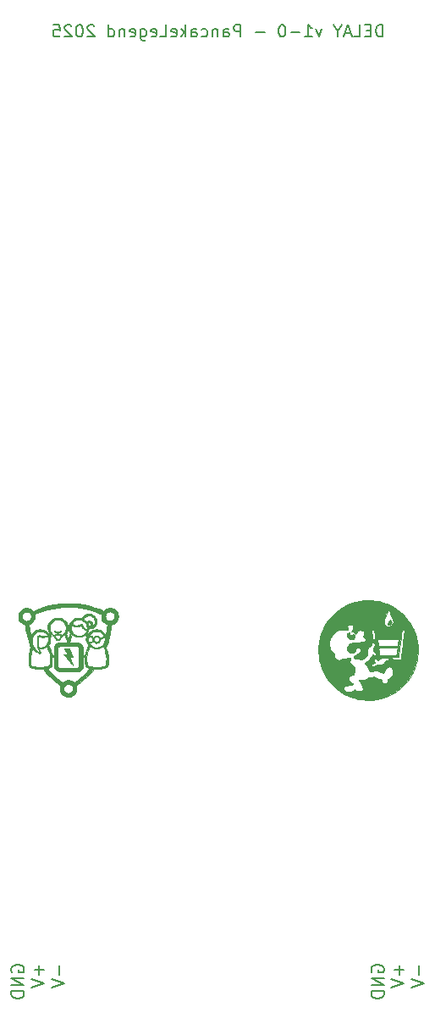
<source format=gbr>
%TF.GenerationSoftware,KiCad,Pcbnew,9.0.2*%
%TF.CreationDate,2025-06-29T10:57:22+10:00*%
%TF.ProjectId,Delay,44656c61-792e-46b6-9963-61645f706362,rev?*%
%TF.SameCoordinates,Original*%
%TF.FileFunction,Legend,Bot*%
%TF.FilePolarity,Positive*%
%FSLAX46Y46*%
G04 Gerber Fmt 4.6, Leading zero omitted, Abs format (unit mm)*
G04 Created by KiCad (PCBNEW 9.0.2) date 2025-06-29 10:57:22*
%MOMM*%
%LPD*%
G01*
G04 APERTURE LIST*
%ADD10C,0.150000*%
%ADD11C,0.200000*%
%ADD12C,0.010000*%
G04 APERTURE END LIST*
D10*
X166457140Y-52747342D02*
X166457140Y-51547342D01*
X166457140Y-51547342D02*
X166171426Y-51547342D01*
X166171426Y-51547342D02*
X165999997Y-51604485D01*
X165999997Y-51604485D02*
X165885712Y-51718771D01*
X165885712Y-51718771D02*
X165828569Y-51833057D01*
X165828569Y-51833057D02*
X165771426Y-52061628D01*
X165771426Y-52061628D02*
X165771426Y-52233057D01*
X165771426Y-52233057D02*
X165828569Y-52461628D01*
X165828569Y-52461628D02*
X165885712Y-52575914D01*
X165885712Y-52575914D02*
X165999997Y-52690200D01*
X165999997Y-52690200D02*
X166171426Y-52747342D01*
X166171426Y-52747342D02*
X166457140Y-52747342D01*
X165257140Y-52118771D02*
X164857140Y-52118771D01*
X164685712Y-52747342D02*
X165257140Y-52747342D01*
X165257140Y-52747342D02*
X165257140Y-51547342D01*
X165257140Y-51547342D02*
X164685712Y-51547342D01*
X163599998Y-52747342D02*
X164171426Y-52747342D01*
X164171426Y-52747342D02*
X164171426Y-51547342D01*
X163257140Y-52404485D02*
X162685712Y-52404485D01*
X163371426Y-52747342D02*
X162971426Y-51547342D01*
X162971426Y-51547342D02*
X162571426Y-52747342D01*
X161942855Y-52175914D02*
X161942855Y-52747342D01*
X162342855Y-51547342D02*
X161942855Y-52175914D01*
X161942855Y-52175914D02*
X161542855Y-51547342D01*
X160342855Y-51947342D02*
X160057141Y-52747342D01*
X160057141Y-52747342D02*
X159771426Y-51947342D01*
X158685712Y-52747342D02*
X159371426Y-52747342D01*
X159028569Y-52747342D02*
X159028569Y-51547342D01*
X159028569Y-51547342D02*
X159142855Y-51718771D01*
X159142855Y-51718771D02*
X159257140Y-51833057D01*
X159257140Y-51833057D02*
X159371426Y-51890200D01*
X158171426Y-52290200D02*
X157257141Y-52290200D01*
X156457141Y-51547342D02*
X156342855Y-51547342D01*
X156342855Y-51547342D02*
X156228569Y-51604485D01*
X156228569Y-51604485D02*
X156171427Y-51661628D01*
X156171427Y-51661628D02*
X156114284Y-51775914D01*
X156114284Y-51775914D02*
X156057141Y-52004485D01*
X156057141Y-52004485D02*
X156057141Y-52290200D01*
X156057141Y-52290200D02*
X156114284Y-52518771D01*
X156114284Y-52518771D02*
X156171427Y-52633057D01*
X156171427Y-52633057D02*
X156228569Y-52690200D01*
X156228569Y-52690200D02*
X156342855Y-52747342D01*
X156342855Y-52747342D02*
X156457141Y-52747342D01*
X156457141Y-52747342D02*
X156571427Y-52690200D01*
X156571427Y-52690200D02*
X156628569Y-52633057D01*
X156628569Y-52633057D02*
X156685712Y-52518771D01*
X156685712Y-52518771D02*
X156742855Y-52290200D01*
X156742855Y-52290200D02*
X156742855Y-52004485D01*
X156742855Y-52004485D02*
X156685712Y-51775914D01*
X156685712Y-51775914D02*
X156628569Y-51661628D01*
X156628569Y-51661628D02*
X156571427Y-51604485D01*
X156571427Y-51604485D02*
X156457141Y-51547342D01*
X154628569Y-52290200D02*
X153714284Y-52290200D01*
X152228569Y-52747342D02*
X152228569Y-51547342D01*
X152228569Y-51547342D02*
X151771426Y-51547342D01*
X151771426Y-51547342D02*
X151657141Y-51604485D01*
X151657141Y-51604485D02*
X151599998Y-51661628D01*
X151599998Y-51661628D02*
X151542855Y-51775914D01*
X151542855Y-51775914D02*
X151542855Y-51947342D01*
X151542855Y-51947342D02*
X151599998Y-52061628D01*
X151599998Y-52061628D02*
X151657141Y-52118771D01*
X151657141Y-52118771D02*
X151771426Y-52175914D01*
X151771426Y-52175914D02*
X152228569Y-52175914D01*
X150514284Y-52747342D02*
X150514284Y-52118771D01*
X150514284Y-52118771D02*
X150571426Y-52004485D01*
X150571426Y-52004485D02*
X150685712Y-51947342D01*
X150685712Y-51947342D02*
X150914284Y-51947342D01*
X150914284Y-51947342D02*
X151028569Y-52004485D01*
X150514284Y-52690200D02*
X150628569Y-52747342D01*
X150628569Y-52747342D02*
X150914284Y-52747342D01*
X150914284Y-52747342D02*
X151028569Y-52690200D01*
X151028569Y-52690200D02*
X151085712Y-52575914D01*
X151085712Y-52575914D02*
X151085712Y-52461628D01*
X151085712Y-52461628D02*
X151028569Y-52347342D01*
X151028569Y-52347342D02*
X150914284Y-52290200D01*
X150914284Y-52290200D02*
X150628569Y-52290200D01*
X150628569Y-52290200D02*
X150514284Y-52233057D01*
X149942855Y-51947342D02*
X149942855Y-52747342D01*
X149942855Y-52061628D02*
X149885712Y-52004485D01*
X149885712Y-52004485D02*
X149771427Y-51947342D01*
X149771427Y-51947342D02*
X149599998Y-51947342D01*
X149599998Y-51947342D02*
X149485712Y-52004485D01*
X149485712Y-52004485D02*
X149428570Y-52118771D01*
X149428570Y-52118771D02*
X149428570Y-52747342D01*
X148342856Y-52690200D02*
X148457141Y-52747342D01*
X148457141Y-52747342D02*
X148685713Y-52747342D01*
X148685713Y-52747342D02*
X148799998Y-52690200D01*
X148799998Y-52690200D02*
X148857141Y-52633057D01*
X148857141Y-52633057D02*
X148914284Y-52518771D01*
X148914284Y-52518771D02*
X148914284Y-52175914D01*
X148914284Y-52175914D02*
X148857141Y-52061628D01*
X148857141Y-52061628D02*
X148799998Y-52004485D01*
X148799998Y-52004485D02*
X148685713Y-51947342D01*
X148685713Y-51947342D02*
X148457141Y-51947342D01*
X148457141Y-51947342D02*
X148342856Y-52004485D01*
X147314285Y-52747342D02*
X147314285Y-52118771D01*
X147314285Y-52118771D02*
X147371427Y-52004485D01*
X147371427Y-52004485D02*
X147485713Y-51947342D01*
X147485713Y-51947342D02*
X147714285Y-51947342D01*
X147714285Y-51947342D02*
X147828570Y-52004485D01*
X147314285Y-52690200D02*
X147428570Y-52747342D01*
X147428570Y-52747342D02*
X147714285Y-52747342D01*
X147714285Y-52747342D02*
X147828570Y-52690200D01*
X147828570Y-52690200D02*
X147885713Y-52575914D01*
X147885713Y-52575914D02*
X147885713Y-52461628D01*
X147885713Y-52461628D02*
X147828570Y-52347342D01*
X147828570Y-52347342D02*
X147714285Y-52290200D01*
X147714285Y-52290200D02*
X147428570Y-52290200D01*
X147428570Y-52290200D02*
X147314285Y-52233057D01*
X146742856Y-52747342D02*
X146742856Y-51547342D01*
X146628571Y-52290200D02*
X146285713Y-52747342D01*
X146285713Y-51947342D02*
X146742856Y-52404485D01*
X145314284Y-52690200D02*
X145428570Y-52747342D01*
X145428570Y-52747342D02*
X145657142Y-52747342D01*
X145657142Y-52747342D02*
X145771427Y-52690200D01*
X145771427Y-52690200D02*
X145828570Y-52575914D01*
X145828570Y-52575914D02*
X145828570Y-52118771D01*
X145828570Y-52118771D02*
X145771427Y-52004485D01*
X145771427Y-52004485D02*
X145657142Y-51947342D01*
X145657142Y-51947342D02*
X145428570Y-51947342D01*
X145428570Y-51947342D02*
X145314284Y-52004485D01*
X145314284Y-52004485D02*
X145257142Y-52118771D01*
X145257142Y-52118771D02*
X145257142Y-52233057D01*
X145257142Y-52233057D02*
X145828570Y-52347342D01*
X144171428Y-52747342D02*
X144742856Y-52747342D01*
X144742856Y-52747342D02*
X144742856Y-51547342D01*
X143314284Y-52690200D02*
X143428570Y-52747342D01*
X143428570Y-52747342D02*
X143657142Y-52747342D01*
X143657142Y-52747342D02*
X143771427Y-52690200D01*
X143771427Y-52690200D02*
X143828570Y-52575914D01*
X143828570Y-52575914D02*
X143828570Y-52118771D01*
X143828570Y-52118771D02*
X143771427Y-52004485D01*
X143771427Y-52004485D02*
X143657142Y-51947342D01*
X143657142Y-51947342D02*
X143428570Y-51947342D01*
X143428570Y-51947342D02*
X143314284Y-52004485D01*
X143314284Y-52004485D02*
X143257142Y-52118771D01*
X143257142Y-52118771D02*
X143257142Y-52233057D01*
X143257142Y-52233057D02*
X143828570Y-52347342D01*
X142228571Y-51947342D02*
X142228571Y-52918771D01*
X142228571Y-52918771D02*
X142285713Y-53033057D01*
X142285713Y-53033057D02*
X142342856Y-53090200D01*
X142342856Y-53090200D02*
X142457142Y-53147342D01*
X142457142Y-53147342D02*
X142628571Y-53147342D01*
X142628571Y-53147342D02*
X142742856Y-53090200D01*
X142228571Y-52690200D02*
X142342856Y-52747342D01*
X142342856Y-52747342D02*
X142571428Y-52747342D01*
X142571428Y-52747342D02*
X142685713Y-52690200D01*
X142685713Y-52690200D02*
X142742856Y-52633057D01*
X142742856Y-52633057D02*
X142799999Y-52518771D01*
X142799999Y-52518771D02*
X142799999Y-52175914D01*
X142799999Y-52175914D02*
X142742856Y-52061628D01*
X142742856Y-52061628D02*
X142685713Y-52004485D01*
X142685713Y-52004485D02*
X142571428Y-51947342D01*
X142571428Y-51947342D02*
X142342856Y-51947342D01*
X142342856Y-51947342D02*
X142228571Y-52004485D01*
X141199999Y-52690200D02*
X141314285Y-52747342D01*
X141314285Y-52747342D02*
X141542857Y-52747342D01*
X141542857Y-52747342D02*
X141657142Y-52690200D01*
X141657142Y-52690200D02*
X141714285Y-52575914D01*
X141714285Y-52575914D02*
X141714285Y-52118771D01*
X141714285Y-52118771D02*
X141657142Y-52004485D01*
X141657142Y-52004485D02*
X141542857Y-51947342D01*
X141542857Y-51947342D02*
X141314285Y-51947342D01*
X141314285Y-51947342D02*
X141199999Y-52004485D01*
X141199999Y-52004485D02*
X141142857Y-52118771D01*
X141142857Y-52118771D02*
X141142857Y-52233057D01*
X141142857Y-52233057D02*
X141714285Y-52347342D01*
X140628571Y-51947342D02*
X140628571Y-52747342D01*
X140628571Y-52061628D02*
X140571428Y-52004485D01*
X140571428Y-52004485D02*
X140457143Y-51947342D01*
X140457143Y-51947342D02*
X140285714Y-51947342D01*
X140285714Y-51947342D02*
X140171428Y-52004485D01*
X140171428Y-52004485D02*
X140114286Y-52118771D01*
X140114286Y-52118771D02*
X140114286Y-52747342D01*
X139028572Y-52747342D02*
X139028572Y-51547342D01*
X139028572Y-52690200D02*
X139142857Y-52747342D01*
X139142857Y-52747342D02*
X139371429Y-52747342D01*
X139371429Y-52747342D02*
X139485714Y-52690200D01*
X139485714Y-52690200D02*
X139542857Y-52633057D01*
X139542857Y-52633057D02*
X139600000Y-52518771D01*
X139600000Y-52518771D02*
X139600000Y-52175914D01*
X139600000Y-52175914D02*
X139542857Y-52061628D01*
X139542857Y-52061628D02*
X139485714Y-52004485D01*
X139485714Y-52004485D02*
X139371429Y-51947342D01*
X139371429Y-51947342D02*
X139142857Y-51947342D01*
X139142857Y-51947342D02*
X139028572Y-52004485D01*
X137600000Y-51661628D02*
X137542857Y-51604485D01*
X137542857Y-51604485D02*
X137428572Y-51547342D01*
X137428572Y-51547342D02*
X137142857Y-51547342D01*
X137142857Y-51547342D02*
X137028572Y-51604485D01*
X137028572Y-51604485D02*
X136971429Y-51661628D01*
X136971429Y-51661628D02*
X136914286Y-51775914D01*
X136914286Y-51775914D02*
X136914286Y-51890200D01*
X136914286Y-51890200D02*
X136971429Y-52061628D01*
X136971429Y-52061628D02*
X137657143Y-52747342D01*
X137657143Y-52747342D02*
X136914286Y-52747342D01*
X136171429Y-51547342D02*
X136057143Y-51547342D01*
X136057143Y-51547342D02*
X135942857Y-51604485D01*
X135942857Y-51604485D02*
X135885715Y-51661628D01*
X135885715Y-51661628D02*
X135828572Y-51775914D01*
X135828572Y-51775914D02*
X135771429Y-52004485D01*
X135771429Y-52004485D02*
X135771429Y-52290200D01*
X135771429Y-52290200D02*
X135828572Y-52518771D01*
X135828572Y-52518771D02*
X135885715Y-52633057D01*
X135885715Y-52633057D02*
X135942857Y-52690200D01*
X135942857Y-52690200D02*
X136057143Y-52747342D01*
X136057143Y-52747342D02*
X136171429Y-52747342D01*
X136171429Y-52747342D02*
X136285715Y-52690200D01*
X136285715Y-52690200D02*
X136342857Y-52633057D01*
X136342857Y-52633057D02*
X136400000Y-52518771D01*
X136400000Y-52518771D02*
X136457143Y-52290200D01*
X136457143Y-52290200D02*
X136457143Y-52004485D01*
X136457143Y-52004485D02*
X136400000Y-51775914D01*
X136400000Y-51775914D02*
X136342857Y-51661628D01*
X136342857Y-51661628D02*
X136285715Y-51604485D01*
X136285715Y-51604485D02*
X136171429Y-51547342D01*
X135314286Y-51661628D02*
X135257143Y-51604485D01*
X135257143Y-51604485D02*
X135142858Y-51547342D01*
X135142858Y-51547342D02*
X134857143Y-51547342D01*
X134857143Y-51547342D02*
X134742858Y-51604485D01*
X134742858Y-51604485D02*
X134685715Y-51661628D01*
X134685715Y-51661628D02*
X134628572Y-51775914D01*
X134628572Y-51775914D02*
X134628572Y-51890200D01*
X134628572Y-51890200D02*
X134685715Y-52061628D01*
X134685715Y-52061628D02*
X135371429Y-52747342D01*
X135371429Y-52747342D02*
X134628572Y-52747342D01*
X133542858Y-51547342D02*
X134114286Y-51547342D01*
X134114286Y-51547342D02*
X134171429Y-52118771D01*
X134171429Y-52118771D02*
X134114286Y-52061628D01*
X134114286Y-52061628D02*
X134000001Y-52004485D01*
X134000001Y-52004485D02*
X133714286Y-52004485D01*
X133714286Y-52004485D02*
X133600001Y-52061628D01*
X133600001Y-52061628D02*
X133542858Y-52118771D01*
X133542858Y-52118771D02*
X133485715Y-52233057D01*
X133485715Y-52233057D02*
X133485715Y-52518771D01*
X133485715Y-52518771D02*
X133542858Y-52633057D01*
X133542858Y-52633057D02*
X133600001Y-52690200D01*
X133600001Y-52690200D02*
X133714286Y-52747342D01*
X133714286Y-52747342D02*
X134000001Y-52747342D01*
X134000001Y-52747342D02*
X134114286Y-52690200D01*
X134114286Y-52690200D02*
X134171429Y-52633057D01*
D11*
X129367602Y-146149197D02*
X129307126Y-146028244D01*
X129307126Y-146028244D02*
X129307126Y-145846816D01*
X129307126Y-145846816D02*
X129367602Y-145665387D01*
X129367602Y-145665387D02*
X129488554Y-145544435D01*
X129488554Y-145544435D02*
X129609507Y-145483958D01*
X129609507Y-145483958D02*
X129851411Y-145423482D01*
X129851411Y-145423482D02*
X130032840Y-145423482D01*
X130032840Y-145423482D02*
X130274745Y-145483958D01*
X130274745Y-145483958D02*
X130395697Y-145544435D01*
X130395697Y-145544435D02*
X130516650Y-145665387D01*
X130516650Y-145665387D02*
X130577126Y-145846816D01*
X130577126Y-145846816D02*
X130577126Y-145967768D01*
X130577126Y-145967768D02*
X130516650Y-146149197D01*
X130516650Y-146149197D02*
X130456173Y-146209673D01*
X130456173Y-146209673D02*
X130032840Y-146209673D01*
X130032840Y-146209673D02*
X130032840Y-145967768D01*
X130577126Y-146753958D02*
X129307126Y-146753958D01*
X129307126Y-146753958D02*
X130577126Y-147479673D01*
X130577126Y-147479673D02*
X129307126Y-147479673D01*
X130577126Y-148084434D02*
X129307126Y-148084434D01*
X129307126Y-148084434D02*
X129307126Y-148386815D01*
X129307126Y-148386815D02*
X129367602Y-148568244D01*
X129367602Y-148568244D02*
X129488554Y-148689196D01*
X129488554Y-148689196D02*
X129609507Y-148749673D01*
X129609507Y-148749673D02*
X129851411Y-148810149D01*
X129851411Y-148810149D02*
X130032840Y-148810149D01*
X130032840Y-148810149D02*
X130274745Y-148749673D01*
X130274745Y-148749673D02*
X130395697Y-148689196D01*
X130395697Y-148689196D02*
X130516650Y-148568244D01*
X130516650Y-148568244D02*
X130577126Y-148386815D01*
X130577126Y-148386815D02*
X130577126Y-148084434D01*
X134093316Y-145483958D02*
X134093316Y-146451578D01*
X133307126Y-146874911D02*
X134577126Y-147298244D01*
X134577126Y-147298244D02*
X133307126Y-147721578D01*
X132093316Y-145483958D02*
X132093316Y-146451578D01*
X132577126Y-145967768D02*
X131609507Y-145967768D01*
X131307126Y-146874911D02*
X132577126Y-147298244D01*
X132577126Y-147298244D02*
X131307126Y-147721578D01*
X165367602Y-146149197D02*
X165307126Y-146028244D01*
X165307126Y-146028244D02*
X165307126Y-145846816D01*
X165307126Y-145846816D02*
X165367602Y-145665387D01*
X165367602Y-145665387D02*
X165488554Y-145544435D01*
X165488554Y-145544435D02*
X165609507Y-145483958D01*
X165609507Y-145483958D02*
X165851411Y-145423482D01*
X165851411Y-145423482D02*
X166032840Y-145423482D01*
X166032840Y-145423482D02*
X166274745Y-145483958D01*
X166274745Y-145483958D02*
X166395697Y-145544435D01*
X166395697Y-145544435D02*
X166516650Y-145665387D01*
X166516650Y-145665387D02*
X166577126Y-145846816D01*
X166577126Y-145846816D02*
X166577126Y-145967768D01*
X166577126Y-145967768D02*
X166516650Y-146149197D01*
X166516650Y-146149197D02*
X166456173Y-146209673D01*
X166456173Y-146209673D02*
X166032840Y-146209673D01*
X166032840Y-146209673D02*
X166032840Y-145967768D01*
X166577126Y-146753958D02*
X165307126Y-146753958D01*
X165307126Y-146753958D02*
X166577126Y-147479673D01*
X166577126Y-147479673D02*
X165307126Y-147479673D01*
X166577126Y-148084434D02*
X165307126Y-148084434D01*
X165307126Y-148084434D02*
X165307126Y-148386815D01*
X165307126Y-148386815D02*
X165367602Y-148568244D01*
X165367602Y-148568244D02*
X165488554Y-148689196D01*
X165488554Y-148689196D02*
X165609507Y-148749673D01*
X165609507Y-148749673D02*
X165851411Y-148810149D01*
X165851411Y-148810149D02*
X166032840Y-148810149D01*
X166032840Y-148810149D02*
X166274745Y-148749673D01*
X166274745Y-148749673D02*
X166395697Y-148689196D01*
X166395697Y-148689196D02*
X166516650Y-148568244D01*
X166516650Y-148568244D02*
X166577126Y-148386815D01*
X166577126Y-148386815D02*
X166577126Y-148084434D01*
X170093316Y-145483958D02*
X170093316Y-146451578D01*
X169307126Y-146874911D02*
X170577126Y-147298244D01*
X170577126Y-147298244D02*
X169307126Y-147721578D01*
X168093316Y-145483958D02*
X168093316Y-146451578D01*
X168577126Y-145967768D02*
X167609507Y-145967768D01*
X167307126Y-146874911D02*
X168577126Y-147298244D01*
X168577126Y-147298244D02*
X167307126Y-147721578D01*
D12*
%TO.C,Ref\u002A\u002A*%
X139984737Y-110641985D02*
X139983501Y-110742784D01*
X139978763Y-110815197D01*
X139968421Y-110871359D01*
X139950376Y-110923407D01*
X139922528Y-110983480D01*
X139888865Y-111043091D01*
X139825170Y-111134561D01*
X139758694Y-111211822D01*
X139738973Y-111230408D01*
X139665209Y-111288475D01*
X139578686Y-111344704D01*
X139490693Y-111392740D01*
X139412517Y-111426228D01*
X139355445Y-111438816D01*
X139337573Y-111441987D01*
X139320973Y-111458540D01*
X139318685Y-111465262D01*
X139308297Y-111495786D01*
X139297292Y-111560906D01*
X139285701Y-111661083D01*
X139265591Y-111824233D01*
X139218115Y-112114609D01*
X139154613Y-112425321D01*
X139110275Y-112609618D01*
X139077509Y-112745816D01*
X139024256Y-112938678D01*
X138989227Y-113065544D01*
X138892191Y-113373950D01*
X138891660Y-113375530D01*
X138852145Y-113496409D01*
X138818767Y-113604848D01*
X138793479Y-113693963D01*
X138778236Y-113756874D01*
X138774992Y-113786701D01*
X138778206Y-113796656D01*
X138794179Y-113844138D01*
X138818662Y-113915674D01*
X138847805Y-114000000D01*
X138893065Y-114141226D01*
X138937519Y-114319979D01*
X138966870Y-114503041D01*
X138982966Y-114702722D01*
X138987224Y-114910167D01*
X138987658Y-114931333D01*
X138983058Y-115152896D01*
X138969159Y-115345101D01*
X138945862Y-115497957D01*
X138913052Y-115612473D01*
X138892505Y-115647213D01*
X138849865Y-115683502D01*
X138781986Y-115717338D01*
X138683294Y-115751410D01*
X138548214Y-115788404D01*
X138466014Y-115808385D01*
X138452854Y-115810931D01*
X138234367Y-115853218D01*
X138010789Y-115876981D01*
X137775313Y-115882093D01*
X137534377Y-115878785D01*
X137356374Y-116093832D01*
X137133399Y-116349601D01*
X136863951Y-116630948D01*
X136577839Y-116904540D01*
X136286031Y-117159928D01*
X135999492Y-117386667D01*
X135951333Y-117422752D01*
X135877832Y-117479626D01*
X135831153Y-117520159D01*
X135806164Y-117549810D01*
X135797734Y-117574047D01*
X135800734Y-117598333D01*
X135804331Y-117618816D01*
X135809676Y-117681093D01*
X135813260Y-117766526D01*
X135814298Y-117850199D01*
X135814455Y-117862917D01*
X135813816Y-117933436D01*
X135809897Y-118016123D01*
X135800277Y-118078685D01*
X135782530Y-118134587D01*
X135754234Y-118197295D01*
X135725159Y-118251155D01*
X135619431Y-118391996D01*
X135485608Y-118510928D01*
X135332364Y-118601160D01*
X135168376Y-118655900D01*
X135005036Y-118672143D01*
X134831279Y-118652192D01*
X134665723Y-118596816D01*
X134514362Y-118509531D01*
X134383190Y-118393852D01*
X134278204Y-118253291D01*
X134205399Y-118091365D01*
X134191309Y-118024767D01*
X134181855Y-117930995D01*
X134179285Y-117860191D01*
X134536316Y-117860191D01*
X134554529Y-117974941D01*
X134602516Y-118083367D01*
X134681713Y-118179366D01*
X134793557Y-118256834D01*
X134920664Y-118301606D01*
X135052194Y-118306950D01*
X135179398Y-118271486D01*
X135297338Y-118195812D01*
X135307941Y-118186493D01*
X135395050Y-118083460D01*
X135446547Y-117969292D01*
X135464695Y-117850199D01*
X135451758Y-117732390D01*
X135409998Y-117622076D01*
X135341679Y-117525467D01*
X135249065Y-117448771D01*
X135134417Y-117398200D01*
X135000000Y-117379963D01*
X134971804Y-117380694D01*
X134841554Y-117405210D01*
X134732456Y-117460025D01*
X134645946Y-117539034D01*
X134583460Y-117636134D01*
X134546439Y-117745221D01*
X134536316Y-117860191D01*
X134179285Y-117860191D01*
X134178047Y-117826090D01*
X134179987Y-117723313D01*
X134187775Y-117635919D01*
X134201510Y-117577167D01*
X134201766Y-117576499D01*
X134194673Y-117552518D01*
X134159559Y-117513522D01*
X134093810Y-117457024D01*
X133994808Y-117380530D01*
X133924496Y-117327077D01*
X133587411Y-117050752D01*
X133254035Y-116745631D01*
X132935187Y-116422032D01*
X132641685Y-116090271D01*
X132465433Y-115878935D01*
X132214008Y-115881775D01*
X132131219Y-115881427D01*
X131956941Y-115873095D01*
X131783685Y-115855590D01*
X131617353Y-115830229D01*
X131537599Y-115813658D01*
X132906766Y-115813658D01*
X132908042Y-115818505D01*
X132928760Y-115848372D01*
X132969069Y-115898863D01*
X133023183Y-115962577D01*
X133198706Y-116157752D01*
X133517604Y-116483695D01*
X133848065Y-116787645D01*
X134179867Y-117059903D01*
X134411908Y-117238434D01*
X134492605Y-117174521D01*
X134562450Y-117124080D01*
X134680160Y-117063076D01*
X134811077Y-117026789D01*
X134968250Y-117010727D01*
X135037977Y-117008658D01*
X135129677Y-117011322D01*
X135205792Y-117023190D01*
X135282717Y-117046106D01*
X135333505Y-117066373D01*
X135427422Y-117112759D01*
X135507663Y-117162153D01*
X135608642Y-117234700D01*
X135838779Y-117056008D01*
X136083667Y-116856869D01*
X136361098Y-116611496D01*
X136628750Y-116354812D01*
X136871904Y-116100435D01*
X137134993Y-115810932D01*
X136963833Y-115755317D01*
X136902200Y-115734266D01*
X136822804Y-115699919D01*
X136771002Y-115662025D01*
X136737946Y-115613140D01*
X136714786Y-115545821D01*
X136707606Y-115516228D01*
X136688193Y-115406586D01*
X136671965Y-115272592D01*
X136660102Y-115127613D01*
X136653781Y-114985016D01*
X136654160Y-114864467D01*
X136832189Y-114864467D01*
X136834700Y-115072968D01*
X136851031Y-115277805D01*
X136880232Y-115460500D01*
X136883159Y-115472831D01*
X136896709Y-115506244D01*
X136921459Y-115533214D01*
X136963498Y-115556547D01*
X137028917Y-115579046D01*
X137123804Y-115603517D01*
X137254250Y-115632765D01*
X137349139Y-115650072D01*
X137520587Y-115670341D01*
X137708111Y-115682057D01*
X137897428Y-115684794D01*
X138074246Y-115678127D01*
X138224279Y-115661632D01*
X138330666Y-115642454D01*
X138450731Y-115617026D01*
X138560591Y-115590102D01*
X138649696Y-115564289D01*
X138707494Y-115542196D01*
X138727398Y-115520795D01*
X138751327Y-115458210D01*
X138770830Y-115361301D01*
X138785267Y-115234623D01*
X138793998Y-115082726D01*
X138796382Y-114910167D01*
X138795611Y-114848789D01*
X138783982Y-114629093D01*
X138756545Y-114426351D01*
X138710575Y-114228113D01*
X138643342Y-114021934D01*
X138552121Y-113795363D01*
X138468249Y-113601310D01*
X138349270Y-113684657D01*
X138185436Y-113775516D01*
X138004758Y-113831538D01*
X137817210Y-113850508D01*
X137629623Y-113832422D01*
X137448830Y-113777278D01*
X137281661Y-113685074D01*
X137163279Y-113602147D01*
X137098929Y-113742865D01*
X137069531Y-113808479D01*
X136981127Y-114030337D01*
X136916517Y-114242437D01*
X136871342Y-114461003D01*
X136841245Y-114702261D01*
X136832189Y-114864467D01*
X136654160Y-114864467D01*
X136654180Y-114858166D01*
X136654805Y-114840745D01*
X136657316Y-114752881D01*
X136656351Y-114698778D01*
X136650574Y-114671068D01*
X136638652Y-114662384D01*
X136619250Y-114665360D01*
X136580599Y-114672497D01*
X136520050Y-114677044D01*
X136463183Y-114677333D01*
X136456550Y-115201208D01*
X136454348Y-115359788D01*
X136451837Y-115488274D01*
X136448609Y-115585757D01*
X136444170Y-115658006D01*
X136438026Y-115710788D01*
X136429682Y-115749873D01*
X136418644Y-115781030D01*
X136404420Y-115810026D01*
X136384552Y-115844505D01*
X136284010Y-115967593D01*
X136153861Y-116060586D01*
X136140724Y-116067436D01*
X136119593Y-116076857D01*
X136094737Y-116084658D01*
X136062293Y-116091022D01*
X136018403Y-116096132D01*
X135959204Y-116100171D01*
X135880837Y-116103322D01*
X135779441Y-116105768D01*
X135651154Y-116107692D01*
X135492117Y-116109278D01*
X135298468Y-116110708D01*
X135066347Y-116112165D01*
X134974196Y-116112714D01*
X134738739Y-116113864D01*
X134540468Y-116114120D01*
X134375566Y-116113113D01*
X134240225Y-116110478D01*
X134130633Y-116105843D01*
X134042978Y-116098844D01*
X133973450Y-116089112D01*
X133918237Y-116076280D01*
X133873528Y-116059982D01*
X133835512Y-116039847D01*
X133800376Y-116015509D01*
X133764311Y-115986602D01*
X133736156Y-115959963D01*
X133677721Y-115887890D01*
X133632226Y-115811250D01*
X133630809Y-115808200D01*
X133615311Y-115772841D01*
X133603511Y-115738209D01*
X133594903Y-115698153D01*
X133588982Y-115646521D01*
X133585241Y-115577162D01*
X133583175Y-115483925D01*
X133582277Y-115360657D01*
X133582040Y-115201208D01*
X133581718Y-115106641D01*
X133580242Y-114975136D01*
X133577742Y-114862650D01*
X133574404Y-114775008D01*
X133570414Y-114718041D01*
X133565958Y-114697578D01*
X133559631Y-114696865D01*
X133519992Y-114690361D01*
X133461624Y-114679528D01*
X133373165Y-114662399D01*
X133372508Y-114950324D01*
X133370415Y-115065251D01*
X133370241Y-115074845D01*
X133360353Y-115243356D01*
X133343458Y-115392479D01*
X133320455Y-115516512D01*
X133292240Y-115609753D01*
X133259713Y-115666501D01*
X133258837Y-115667415D01*
X133215150Y-115697814D01*
X133145624Y-115731446D01*
X133064896Y-115761197D01*
X133053781Y-115764677D01*
X132982153Y-115787536D01*
X132929580Y-115805047D01*
X132906766Y-115813658D01*
X131537599Y-115813658D01*
X131463847Y-115798334D01*
X131329067Y-115761224D01*
X131218915Y-115720219D01*
X131139295Y-115676638D01*
X131096105Y-115631800D01*
X131071321Y-115566724D01*
X131045797Y-115450952D01*
X131027018Y-115301598D01*
X131015535Y-115123312D01*
X131011899Y-114920750D01*
X131012009Y-114901091D01*
X131193800Y-114901091D01*
X131194408Y-114999156D01*
X131202084Y-115105937D01*
X131217155Y-115237887D01*
X131217291Y-115238968D01*
X131235002Y-115366089D01*
X131251625Y-115455308D01*
X131268153Y-115510977D01*
X131285584Y-115537444D01*
X131291096Y-115540913D01*
X131338781Y-115560241D01*
X131416497Y-115583704D01*
X131514640Y-115608953D01*
X131623605Y-115633639D01*
X131733787Y-115655414D01*
X131835583Y-115671929D01*
X131979215Y-115686037D01*
X132209960Y-115690164D01*
X132452326Y-115675722D01*
X132691195Y-115643789D01*
X132911446Y-115595437D01*
X132953882Y-115583800D01*
X133029865Y-115560376D01*
X133077223Y-115536074D01*
X133104510Y-115502247D01*
X133120283Y-115450247D01*
X133133099Y-115371427D01*
X133164695Y-115065251D01*
X133163788Y-114752813D01*
X133126084Y-114448386D01*
X133050617Y-114144401D01*
X132936417Y-113833289D01*
X132838366Y-113600995D01*
X132719162Y-113684497D01*
X132703212Y-113695381D01*
X132544280Y-113779039D01*
X132369470Y-113832819D01*
X132194126Y-113851834D01*
X132059711Y-113851833D01*
X132091206Y-113941098D01*
X132099856Y-113964002D01*
X132135906Y-114045075D01*
X132176300Y-114121822D01*
X132179905Y-114128062D01*
X132216692Y-114214531D01*
X132216886Y-114280353D01*
X132180480Y-114325221D01*
X132175576Y-114327912D01*
X132121510Y-114333181D01*
X132045398Y-114312702D01*
X131953770Y-114270664D01*
X131853157Y-114211250D01*
X131750091Y-114138647D01*
X131651104Y-114057045D01*
X131562727Y-113970628D01*
X131491491Y-113883583D01*
X131446808Y-113820083D01*
X131390156Y-113947083D01*
X131378576Y-113974002D01*
X131322856Y-114131548D01*
X131273720Y-114316495D01*
X131234103Y-114516476D01*
X131206940Y-114719124D01*
X131199941Y-114795288D01*
X131193800Y-114901091D01*
X131012009Y-114901091D01*
X131012160Y-114874270D01*
X131018099Y-114677901D01*
X131033556Y-114505226D01*
X131060891Y-114341320D01*
X131102464Y-114171261D01*
X131160635Y-113980125D01*
X131235394Y-113750425D01*
X131117760Y-113404254D01*
X131028616Y-113125034D01*
X131019318Y-113092115D01*
X131346386Y-113092115D01*
X131360421Y-113254212D01*
X131394599Y-113419750D01*
X131445865Y-113570433D01*
X131450301Y-113580545D01*
X131514541Y-113699212D01*
X131599862Y-113822633D01*
X131694916Y-113935791D01*
X131788354Y-114023667D01*
X131845256Y-114065416D01*
X131913683Y-114110334D01*
X131982139Y-114151278D01*
X132041875Y-114183281D01*
X132084135Y-114201376D01*
X132100167Y-114200596D01*
X132099080Y-114195727D01*
X132085140Y-114161817D01*
X132060275Y-114110282D01*
X132053880Y-114097028D01*
X132025999Y-114031010D01*
X131993097Y-113944217D01*
X131961005Y-113851833D01*
X131954635Y-113832432D01*
X131937609Y-113777877D01*
X131924527Y-113727592D01*
X131914757Y-113674920D01*
X131907659Y-113613203D01*
X131902599Y-113535785D01*
X131898941Y-113436008D01*
X131896049Y-113307216D01*
X131893287Y-113142750D01*
X131891885Y-113053810D01*
X131972877Y-113053810D01*
X131973428Y-113180839D01*
X131976006Y-113305436D01*
X131980633Y-113419991D01*
X131987326Y-113516888D01*
X131996106Y-113588517D01*
X131996537Y-113590980D01*
X132010606Y-113662405D01*
X132025497Y-113702815D01*
X132047627Y-113722844D01*
X132083420Y-113733124D01*
X132178749Y-113742326D01*
X132320800Y-113729655D01*
X132465962Y-113691081D01*
X132599544Y-113629553D01*
X132719344Y-113541886D01*
X132744127Y-113514535D01*
X133019018Y-113514535D01*
X133088441Y-113656726D01*
X133109680Y-113702073D01*
X133170121Y-113848593D01*
X133228095Y-114011674D01*
X133277544Y-114173476D01*
X133312409Y-114316160D01*
X133324239Y-114370631D01*
X133341199Y-114424099D01*
X133361986Y-114452535D01*
X133392017Y-114466139D01*
X133446577Y-114479243D01*
X133513042Y-114493409D01*
X133581833Y-114506943D01*
X133581833Y-114083458D01*
X133581994Y-113996758D01*
X133583699Y-113855153D01*
X133588261Y-113745582D01*
X133592933Y-113699926D01*
X133931083Y-113699926D01*
X133931083Y-115675907D01*
X133981053Y-115716370D01*
X133982692Y-115717680D01*
X133996464Y-115726990D01*
X134014582Y-115734697D01*
X134040844Y-115740952D01*
X134079050Y-115745906D01*
X134132998Y-115749710D01*
X134206487Y-115752515D01*
X134303315Y-115754472D01*
X134427282Y-115755731D01*
X134582185Y-115756444D01*
X134771826Y-115756761D01*
X135000000Y-115756834D01*
X135031404Y-115756832D01*
X135254448Y-115756738D01*
X135439442Y-115756378D01*
X135590186Y-115755604D01*
X135710477Y-115754264D01*
X135804115Y-115752208D01*
X135874898Y-115749283D01*
X135926625Y-115745341D01*
X135963094Y-115740229D01*
X135988105Y-115733797D01*
X136005457Y-115725896D01*
X136018947Y-115716370D01*
X136068917Y-115675907D01*
X136068917Y-113699926D01*
X136018947Y-113659463D01*
X136017307Y-113658152D01*
X136003537Y-113648843D01*
X135985419Y-113641136D01*
X135959156Y-113634881D01*
X135920951Y-113629927D01*
X135867003Y-113626123D01*
X135793515Y-113623318D01*
X135696685Y-113621361D01*
X135572718Y-113620102D01*
X135417814Y-113619388D01*
X135228174Y-113619072D01*
X135000000Y-113619000D01*
X134968596Y-113619001D01*
X134745552Y-113619096D01*
X134560559Y-113619455D01*
X134409815Y-113620229D01*
X134289524Y-113621568D01*
X134195886Y-113623625D01*
X134125102Y-113626550D01*
X134073375Y-113630492D01*
X134036906Y-113635604D01*
X134011895Y-113642036D01*
X133994544Y-113649938D01*
X133981053Y-113659463D01*
X133931083Y-113699926D01*
X133592933Y-113699926D01*
X133596893Y-113661227D01*
X133610806Y-113595274D01*
X133631213Y-113540909D01*
X133659327Y-113491316D01*
X133696360Y-113439680D01*
X133725548Y-113408556D01*
X133788396Y-113357454D01*
X133859747Y-113311649D01*
X133973417Y-113248800D01*
X134433792Y-113241327D01*
X134491608Y-113240288D01*
X134620327Y-113237203D01*
X134731018Y-113233479D01*
X134817606Y-113229384D01*
X134874014Y-113225184D01*
X134894167Y-113221144D01*
X134893842Y-113219201D01*
X135127000Y-113219201D01*
X135127134Y-113221144D01*
X135127542Y-113227097D01*
X135133322Y-113238421D01*
X135149773Y-113246723D01*
X135182173Y-113252471D01*
X135235797Y-113256139D01*
X135315924Y-113258198D01*
X135427830Y-113259120D01*
X135576792Y-113259373D01*
X135664794Y-113259469D01*
X135794391Y-113260145D01*
X135891983Y-113261982D01*
X135964213Y-113265583D01*
X136017726Y-113271543D01*
X136059168Y-113280469D01*
X136095183Y-113292958D01*
X136132417Y-113309613D01*
X136225114Y-113362965D01*
X136322468Y-113454638D01*
X136395288Y-113576667D01*
X136406948Y-113604423D01*
X136418987Y-113642751D01*
X136427558Y-113688921D01*
X136428586Y-113699926D01*
X136433246Y-113749828D01*
X136436637Y-113832371D01*
X136438316Y-113943448D01*
X136438869Y-114089958D01*
X136439237Y-114192011D01*
X136440888Y-114316975D01*
X136444095Y-114406597D01*
X136449132Y-114465109D01*
X136456273Y-114496745D01*
X136465792Y-114505733D01*
X136474549Y-114504633D01*
X136520456Y-114496350D01*
X136582113Y-114483340D01*
X136631410Y-114469460D01*
X136667815Y-114445560D01*
X136684448Y-114406231D01*
X136689616Y-114382891D01*
X136764135Y-114094190D01*
X136850947Y-113837229D01*
X136948450Y-113616811D01*
X136990851Y-113533699D01*
X136871516Y-113288275D01*
X136856541Y-113256503D01*
X137070367Y-113256503D01*
X137109392Y-113325907D01*
X137124789Y-113351750D01*
X137225852Y-113477522D01*
X137293222Y-113533699D01*
X137356083Y-113586117D01*
X137505158Y-113670142D01*
X137662750Y-113722200D01*
X137698568Y-113729369D01*
X137808520Y-113742791D01*
X137910196Y-113737235D01*
X138026320Y-113712068D01*
X138178684Y-113654478D01*
X138331416Y-113555484D01*
X138460355Y-113423033D01*
X138562470Y-113259679D01*
X138573780Y-113236429D01*
X138603607Y-113167493D01*
X138620606Y-113105919D01*
X138628259Y-113035161D01*
X138630050Y-112938678D01*
X138629842Y-112903579D01*
X138627654Y-112825118D01*
X138623590Y-112768079D01*
X138618276Y-112742913D01*
X138605382Y-112742471D01*
X138559054Y-112752036D01*
X138488028Y-112771536D01*
X138401317Y-112798654D01*
X138196167Y-112866229D01*
X138196167Y-112923961D01*
X138196167Y-112939598D01*
X138195571Y-112960422D01*
X138170966Y-113070056D01*
X138115581Y-113161627D01*
X138036743Y-113232424D01*
X137941774Y-113279732D01*
X137837999Y-113300845D01*
X137732744Y-113293048D01*
X137633330Y-113253631D01*
X137547085Y-113179882D01*
X137501252Y-113125386D01*
X137436498Y-113179874D01*
X137354228Y-113234016D01*
X137247969Y-113269817D01*
X137145054Y-113270516D01*
X137070367Y-113256503D01*
X136856541Y-113256503D01*
X136818186Y-113175128D01*
X136774664Y-113069925D01*
X136749500Y-112985101D01*
X136741752Y-112918787D01*
X136947332Y-112918787D01*
X136949911Y-112961632D01*
X136969515Y-113019287D01*
X137016125Y-113078055D01*
X137098536Y-113141466D01*
X137186262Y-113164037D01*
X137277212Y-113144667D01*
X137288656Y-113139343D01*
X137367782Y-113081170D01*
X137417787Y-113004283D01*
X137431681Y-112939999D01*
X137559746Y-112939999D01*
X137584392Y-113032389D01*
X137639990Y-113111347D01*
X137722791Y-113166481D01*
X137751340Y-113177958D01*
X137807356Y-113192959D01*
X137856291Y-113186788D01*
X137919496Y-113158592D01*
X137998944Y-113103422D01*
X138055095Y-113022467D01*
X138073037Y-112923961D01*
X138068550Y-112877438D01*
X138035187Y-112790340D01*
X137976302Y-112724846D01*
X137900199Y-112683130D01*
X137815191Y-112667365D01*
X137729583Y-112679725D01*
X137651684Y-112722384D01*
X137589802Y-112797516D01*
X137569797Y-112844571D01*
X137562063Y-112917997D01*
X137559746Y-112939999D01*
X137431681Y-112939999D01*
X137436436Y-112917997D01*
X137421496Y-112831628D01*
X137370736Y-112754492D01*
X137301025Y-112701367D01*
X137207745Y-112673673D01*
X137106514Y-112687525D01*
X137097700Y-112690624D01*
X137017519Y-112741495D01*
X136965719Y-112819987D01*
X136947332Y-112918787D01*
X136741752Y-112918787D01*
X136740961Y-112912021D01*
X136747316Y-112842052D01*
X136766831Y-112766562D01*
X136767771Y-112763570D01*
X136786983Y-112697738D01*
X136792067Y-112653553D01*
X136782108Y-112613075D01*
X136756188Y-112558367D01*
X136749268Y-112544793D01*
X137096030Y-112544793D01*
X137100586Y-112549681D01*
X137134977Y-112557558D01*
X137192142Y-112560666D01*
X137196934Y-112560681D01*
X137287735Y-112569937D01*
X137362520Y-112601371D01*
X137439458Y-112662463D01*
X137497667Y-112716753D01*
X137555875Y-112661223D01*
X137573847Y-112645193D01*
X137674764Y-112585668D01*
X137786981Y-112560285D01*
X137900879Y-112568624D01*
X138006840Y-112610265D01*
X138095247Y-112684788D01*
X138107746Y-112698834D01*
X138148782Y-112735340D01*
X138178925Y-112748836D01*
X138204145Y-112745137D01*
X138267527Y-112729541D01*
X138343135Y-112705933D01*
X138420377Y-112678228D01*
X138488662Y-112650333D01*
X138537401Y-112626160D01*
X138556000Y-112609618D01*
X138555205Y-112598949D01*
X138531499Y-112537296D01*
X138480189Y-112462901D01*
X138408492Y-112383170D01*
X138323624Y-112305511D01*
X138232805Y-112237329D01*
X138143249Y-112186032D01*
X138116113Y-112173661D01*
X138052901Y-112149158D01*
X137991459Y-112134941D01*
X137917107Y-112128355D01*
X137815167Y-112126750D01*
X137776674Y-112126902D01*
X137685423Y-112129936D01*
X137617002Y-112138841D01*
X137556879Y-112156211D01*
X137490523Y-112184635D01*
X137432776Y-112213873D01*
X137356587Y-112258202D01*
X137300023Y-112297656D01*
X137292827Y-112303758D01*
X137245237Y-112349907D01*
X137193202Y-112407453D01*
X137145284Y-112466029D01*
X137110041Y-112515264D01*
X137096030Y-112544793D01*
X136749268Y-112544793D01*
X136739922Y-112526458D01*
X136715270Y-112479626D01*
X136702705Y-112457987D01*
X136698603Y-112457908D01*
X136670008Y-112473103D01*
X136625039Y-112504770D01*
X136586454Y-112531927D01*
X136460062Y-112601060D01*
X136319444Y-112655828D01*
X136185117Y-112687697D01*
X136095450Y-112695348D01*
X135925734Y-112685731D01*
X135759496Y-112648017D01*
X135608201Y-112585263D01*
X135483311Y-112500527D01*
X135407975Y-112434381D01*
X135321440Y-112620629D01*
X135308923Y-112648270D01*
X135266695Y-112750400D01*
X135224953Y-112862899D01*
X135186907Y-112975898D01*
X135155763Y-113079527D01*
X135134725Y-113163918D01*
X135127000Y-113219201D01*
X134893842Y-113219201D01*
X134888623Y-113188027D01*
X134869771Y-113120637D01*
X134840718Y-113031335D01*
X134804753Y-112929401D01*
X134765166Y-112824113D01*
X134725248Y-112724748D01*
X134688289Y-112640589D01*
X134591961Y-112434760D01*
X134515522Y-112494813D01*
X134499040Y-112507417D01*
X134433517Y-112552950D01*
X134375583Y-112587483D01*
X134357780Y-112598018D01*
X134349139Y-112607081D01*
X134311634Y-112646419D01*
X134274806Y-112726179D01*
X134253546Y-112774567D01*
X134204470Y-112857328D01*
X134147806Y-112930801D01*
X134107132Y-112973749D01*
X134063318Y-113009917D01*
X134021015Y-113026187D01*
X133965972Y-113030364D01*
X133896995Y-113023819D01*
X133817805Y-112989789D01*
X133794224Y-112970153D01*
X133726389Y-112893565D01*
X133665137Y-112798569D01*
X133621978Y-112702084D01*
X133593434Y-112643457D01*
X133530340Y-112588058D01*
X133516877Y-112580811D01*
X133500474Y-112570593D01*
X133693875Y-112570593D01*
X133710138Y-112637345D01*
X133739805Y-112714531D01*
X133777839Y-112789187D01*
X133819202Y-112848348D01*
X133834430Y-112864647D01*
X133904327Y-112913509D01*
X133973601Y-112920890D01*
X134040666Y-112887470D01*
X134103940Y-112813932D01*
X134161836Y-112700956D01*
X134190837Y-112607081D01*
X134189045Y-112538767D01*
X134155559Y-112498358D01*
X134128238Y-112486481D01*
X134052193Y-112468768D01*
X133963094Y-112461969D01*
X133871890Y-112465352D01*
X133789539Y-112478181D01*
X133726990Y-112499722D01*
X133695198Y-112529239D01*
X133693875Y-112570593D01*
X133500474Y-112570593D01*
X133453406Y-112541273D01*
X133389846Y-112495501D01*
X133314275Y-112436135D01*
X133284821Y-112495457D01*
X133254460Y-112556609D01*
X133234056Y-112599319D01*
X133213235Y-112653892D01*
X133202018Y-112709367D01*
X133198022Y-112779529D01*
X133198862Y-112878167D01*
X133195909Y-112936716D01*
X133188935Y-113075011D01*
X133145427Y-113267179D01*
X133067913Y-113434476D01*
X133019018Y-113514535D01*
X132744127Y-113514535D01*
X132834720Y-113414553D01*
X132923117Y-113266067D01*
X132980994Y-113104198D01*
X133004806Y-112936716D01*
X132991009Y-112771389D01*
X132972593Y-112689541D01*
X132953839Y-112638693D01*
X132928526Y-112618642D01*
X132889318Y-112623838D01*
X132828877Y-112648731D01*
X132799801Y-112660567D01*
X132667511Y-112694217D01*
X132518202Y-112707147D01*
X132368023Y-112698815D01*
X132233126Y-112668680D01*
X132232877Y-112668596D01*
X132137776Y-112639118D01*
X132072672Y-112626580D01*
X132029093Y-112630292D01*
X131998566Y-112649566D01*
X131990550Y-112673640D01*
X131983190Y-112734264D01*
X131977778Y-112822910D01*
X131974333Y-112931962D01*
X131972877Y-113053810D01*
X131891885Y-113053810D01*
X131884948Y-112613584D01*
X131937145Y-112564614D01*
X131986126Y-112530775D01*
X132050334Y-112516558D01*
X132133157Y-112526449D01*
X132242766Y-112560333D01*
X132258884Y-112565930D01*
X132394515Y-112595508D01*
X132538842Y-112601078D01*
X132677020Y-112583129D01*
X132794208Y-112542152D01*
X132884999Y-112495457D01*
X132840795Y-112433377D01*
X132809665Y-112394789D01*
X132723276Y-112312420D01*
X132618792Y-112235156D01*
X132511231Y-112174780D01*
X132502127Y-112170647D01*
X132443733Y-112148504D01*
X132381735Y-112135113D01*
X132303255Y-112128514D01*
X132195417Y-112126750D01*
X132138171Y-112127069D01*
X132050187Y-112130439D01*
X131984115Y-112139365D01*
X131926435Y-112156141D01*
X131863626Y-112183062D01*
X131843622Y-112192731D01*
X131685192Y-112294232D01*
X131556129Y-112425899D01*
X131456896Y-112587000D01*
X131387954Y-112776805D01*
X131349766Y-112994583D01*
X131346386Y-113092115D01*
X131019318Y-113092115D01*
X130942256Y-112819285D01*
X130865226Y-112509566D01*
X130799946Y-112206326D01*
X130748829Y-111920015D01*
X130714300Y-111661082D01*
X130708143Y-111603290D01*
X130697996Y-111526949D01*
X130685507Y-111481168D01*
X131042737Y-111481168D01*
X131046094Y-111512494D01*
X131056608Y-111579910D01*
X131072915Y-111674573D01*
X131093616Y-111789012D01*
X131117315Y-111915767D01*
X131142613Y-112047371D01*
X131168112Y-112176359D01*
X131192416Y-112295265D01*
X131214126Y-112396625D01*
X131231674Y-112465492D01*
X131250395Y-112508980D01*
X131267847Y-112512336D01*
X131285032Y-112476687D01*
X131317793Y-112410157D01*
X131376398Y-112327628D01*
X131451216Y-112241161D01*
X131533083Y-112161328D01*
X131612831Y-112098698D01*
X131779543Y-112008644D01*
X131964825Y-111949830D01*
X132155199Y-111926518D01*
X132344854Y-111937807D01*
X132527978Y-111982795D01*
X132698761Y-112060580D01*
X132851390Y-112170259D01*
X132980053Y-112310931D01*
X132986854Y-112320149D01*
X133032263Y-112379205D01*
X133060867Y-112408444D01*
X133078846Y-112412557D01*
X133092376Y-112396237D01*
X133096055Y-112387678D01*
X133097441Y-112351994D01*
X133080517Y-112298164D01*
X133042887Y-112217528D01*
X133023635Y-112177199D01*
X132958612Y-111985575D01*
X132932952Y-111791462D01*
X132934490Y-111766916D01*
X133147917Y-111766916D01*
X133148236Y-111824162D01*
X133151606Y-111912146D01*
X133160532Y-111978219D01*
X133177308Y-112035899D01*
X133204229Y-112098707D01*
X133241409Y-112167481D01*
X133321977Y-112280989D01*
X133415885Y-112382181D01*
X133510914Y-112456789D01*
X133583028Y-112501357D01*
X133624611Y-112448493D01*
X133624729Y-112448343D01*
X133685094Y-112401978D01*
X133776925Y-112369701D01*
X133891096Y-112353654D01*
X134018483Y-112355981D01*
X134083239Y-112364120D01*
X134154585Y-112378034D01*
X134200841Y-112393003D01*
X134235157Y-112415119D01*
X134280333Y-112457145D01*
X134286679Y-112464989D01*
X134308356Y-112484577D01*
X134333498Y-112481799D01*
X134378281Y-112456557D01*
X134441171Y-112412849D01*
X134556984Y-112299618D01*
X134651345Y-112162321D01*
X134719566Y-112010288D01*
X134756958Y-111852848D01*
X134758833Y-111699330D01*
X134745736Y-111615184D01*
X134700713Y-111465848D01*
X134625793Y-111332788D01*
X134515103Y-111204064D01*
X134449617Y-111143081D01*
X134320471Y-111051430D01*
X134180891Y-110992452D01*
X134018807Y-110960213D01*
X133873211Y-110959366D01*
X133710129Y-110994361D01*
X133554617Y-111063403D01*
X133413838Y-111162323D01*
X133294956Y-111286962D01*
X133205130Y-111433155D01*
X133189081Y-111468710D01*
X133167577Y-111527398D01*
X133155102Y-111587602D01*
X133149325Y-111662912D01*
X133147917Y-111766916D01*
X132934490Y-111766916D01*
X132944959Y-111599814D01*
X132992935Y-111415587D01*
X133075184Y-111243738D01*
X133190007Y-111089221D01*
X133335708Y-110956993D01*
X133510588Y-110852009D01*
X133560116Y-110828999D01*
X133634347Y-110798875D01*
X133701842Y-110780710D01*
X133778958Y-110770670D01*
X133882049Y-110764922D01*
X133964860Y-110762750D01*
X134061657Y-110765825D01*
X134144937Y-110777849D01*
X134231545Y-110800538D01*
X134248070Y-110805718D01*
X134436043Y-110887790D01*
X134600236Y-111004316D01*
X134738396Y-111153349D01*
X134848264Y-111332942D01*
X134849676Y-111335830D01*
X134881508Y-111402481D01*
X134902959Y-111455611D01*
X134916076Y-111506390D01*
X134922908Y-111565990D01*
X134925506Y-111645580D01*
X134925706Y-111699330D01*
X134925917Y-111756333D01*
X134925917Y-111763824D01*
X134925439Y-111872417D01*
X134922616Y-111950779D01*
X134915327Y-112010345D01*
X134901459Y-112062551D01*
X134878892Y-112118835D01*
X134845508Y-112190631D01*
X134765100Y-112360346D01*
X134837004Y-112518714D01*
X134839852Y-112525012D01*
X134880227Y-112618463D01*
X134918085Y-112712693D01*
X134945572Y-112788208D01*
X134961136Y-112834021D01*
X134978487Y-112881088D01*
X134987252Y-112899333D01*
X134993599Y-112886366D01*
X135009339Y-112842749D01*
X135030194Y-112779021D01*
X135030275Y-112778764D01*
X135059007Y-112697070D01*
X135097810Y-112598627D01*
X135138309Y-112504689D01*
X135208498Y-112350668D01*
X135147537Y-112238115D01*
X135112046Y-112166302D01*
X135048298Y-111976405D01*
X135028625Y-111822063D01*
X135241860Y-111822063D01*
X135272031Y-111989338D01*
X135337672Y-112147198D01*
X135435436Y-112289470D01*
X135561977Y-112409979D01*
X135713949Y-112502550D01*
X135748406Y-112518177D01*
X135834353Y-112550028D01*
X135919634Y-112567342D01*
X136025623Y-112575089D01*
X136094348Y-112575850D01*
X136203104Y-112568844D01*
X136285111Y-112552360D01*
X136428579Y-112489355D01*
X136575676Y-112386783D01*
X136698726Y-112257972D01*
X136789401Y-112110224D01*
X136840100Y-112000795D01*
X136719092Y-111967278D01*
X136666623Y-111951705D01*
X136597845Y-111928193D01*
X136552326Y-111908802D01*
X136541578Y-111902392D01*
X136478647Y-111848736D01*
X136414519Y-111773134D01*
X136360609Y-111690519D01*
X136328333Y-111615821D01*
X136304817Y-111528226D01*
X136212398Y-111567842D01*
X136190851Y-111576764D01*
X136002564Y-111629933D01*
X135809738Y-111642484D01*
X135618391Y-111614582D01*
X135434533Y-111546391D01*
X135368215Y-111516846D01*
X135316447Y-111499950D01*
X135290711Y-111499489D01*
X135280355Y-111522616D01*
X135265635Y-111576859D01*
X135251050Y-111648397D01*
X135250504Y-111651548D01*
X135241860Y-111822063D01*
X135028625Y-111822063D01*
X135023818Y-111784347D01*
X135037042Y-111594801D01*
X135086400Y-111412437D01*
X135117908Y-111348424D01*
X135363776Y-111348424D01*
X135383103Y-111374231D01*
X135430877Y-111410830D01*
X135496044Y-111448821D01*
X135553192Y-111476580D01*
X135606192Y-111496153D01*
X135662442Y-111507099D01*
X135734961Y-111511869D01*
X135836773Y-111512917D01*
X135921775Y-111512219D01*
X136000774Y-111508060D01*
X136061724Y-111497972D01*
X136118115Y-111479518D01*
X136183444Y-111450260D01*
X136251898Y-111420082D01*
X136315207Y-111404770D01*
X136359644Y-111419275D01*
X136394421Y-111467464D01*
X136428750Y-111553202D01*
X136486189Y-111672873D01*
X136567598Y-111770430D01*
X136665549Y-111833438D01*
X136732774Y-111853517D01*
X136801207Y-111862167D01*
X136868106Y-111862167D01*
X136858440Y-111695190D01*
X136839428Y-111560636D01*
X136780669Y-111394859D01*
X136685845Y-111248645D01*
X136557206Y-111125246D01*
X136397000Y-111027915D01*
X136341882Y-111002791D01*
X136282839Y-110981275D01*
X136223463Y-110969147D01*
X136149764Y-110963790D01*
X136047750Y-110962587D01*
X135968589Y-110963201D01*
X135889189Y-110967215D01*
X135828495Y-110977160D01*
X135772972Y-110995522D01*
X135709083Y-111024787D01*
X135701586Y-111028540D01*
X135625481Y-111074218D01*
X135547229Y-111132387D01*
X135474382Y-111195969D01*
X135414490Y-111257887D01*
X135375104Y-111311065D01*
X135363776Y-111348424D01*
X135117908Y-111348424D01*
X135170325Y-111241929D01*
X135287251Y-111087946D01*
X135435610Y-110955162D01*
X135455467Y-110943250D01*
X136528713Y-110943250D01*
X136528992Y-110944133D01*
X136549255Y-110969687D01*
X136593373Y-111011938D01*
X136652334Y-111062214D01*
X136770085Y-111157707D01*
X136827043Y-111108713D01*
X136850541Y-111090724D01*
X136945185Y-111049178D01*
X137051738Y-111039056D01*
X137160601Y-111057818D01*
X137262173Y-111102917D01*
X137346856Y-111171807D01*
X137405046Y-111261945D01*
X137406276Y-111264943D01*
X137429212Y-111359155D01*
X137431852Y-111463161D01*
X137413524Y-111553872D01*
X137401806Y-111593364D01*
X137409317Y-111604422D01*
X137439148Y-111583200D01*
X137493131Y-111529125D01*
X137501341Y-111520292D01*
X137584053Y-111407633D01*
X137630489Y-111285527D01*
X137645162Y-111142499D01*
X137641752Y-111078144D01*
X137607767Y-110935699D01*
X137541801Y-110809274D01*
X137449376Y-110703253D01*
X137336009Y-110622016D01*
X137207217Y-110569948D01*
X137068520Y-110551432D01*
X136925436Y-110570853D01*
X136888203Y-110583051D01*
X136772065Y-110642208D01*
X136666200Y-110724837D01*
X136586637Y-110819187D01*
X136561191Y-110862158D01*
X136536063Y-110913669D01*
X136528713Y-110943250D01*
X135455467Y-110943250D01*
X135613833Y-110848248D01*
X135648158Y-110831916D01*
X135712425Y-110803679D01*
X135767372Y-110786088D01*
X135825912Y-110776633D01*
X135900957Y-110772802D01*
X136005417Y-110772083D01*
X136081653Y-110772885D01*
X136175603Y-110776129D01*
X136250210Y-110781290D01*
X136293981Y-110787740D01*
X136323335Y-110793729D01*
X136352451Y-110783331D01*
X136375590Y-110740922D01*
X136401078Y-110696460D01*
X136463173Y-110623419D01*
X136545844Y-110548026D01*
X136638627Y-110479519D01*
X136731051Y-110427137D01*
X136731560Y-110426900D01*
X136800570Y-110398160D01*
X136865015Y-110381057D01*
X136940487Y-110372754D01*
X137042583Y-110370409D01*
X137058730Y-110370460D01*
X137224045Y-110384938D01*
X137365018Y-110427855D01*
X137491407Y-110503408D01*
X137612967Y-110615796D01*
X137666850Y-110678804D01*
X137753170Y-110816680D01*
X137802570Y-110965846D01*
X137818704Y-111135530D01*
X137818660Y-111142500D01*
X137818584Y-111154673D01*
X137796130Y-111336021D01*
X137735545Y-111499354D01*
X137637544Y-111643246D01*
X137502839Y-111766273D01*
X137482756Y-111780269D01*
X137385919Y-111827589D01*
X137298079Y-111840648D01*
X137224560Y-111823361D01*
X137170686Y-111779640D01*
X137141780Y-111713402D01*
X137143166Y-111628560D01*
X137180167Y-111529028D01*
X137198959Y-111492395D01*
X137218611Y-111437564D01*
X137216035Y-111391293D01*
X137192338Y-111336070D01*
X137149333Y-111282244D01*
X137084171Y-111242699D01*
X137013644Y-111228617D01*
X136951625Y-111245233D01*
X136942028Y-111256500D01*
X136939890Y-111286024D01*
X136951519Y-111338996D01*
X136978085Y-111423266D01*
X136990163Y-111461605D01*
X137029087Y-111665206D01*
X137027502Y-111862167D01*
X137027445Y-111869299D01*
X136999880Y-112000795D01*
X136985730Y-112068298D01*
X136904440Y-112256619D01*
X136892594Y-112278229D01*
X136865203Y-112335963D01*
X136858363Y-112372952D01*
X136869384Y-112400209D01*
X136882386Y-112413737D01*
X136901105Y-112413150D01*
X136928629Y-112387333D01*
X136972363Y-112331332D01*
X137058722Y-112230075D01*
X137204483Y-112107547D01*
X137382451Y-112006624D01*
X137388370Y-112003862D01*
X137468965Y-111969533D01*
X137540991Y-111948176D01*
X137621407Y-111935978D01*
X137727170Y-111929128D01*
X137829865Y-111927887D01*
X138009187Y-111946148D01*
X138168973Y-111993616D01*
X138318486Y-112072536D01*
X138417556Y-112146679D01*
X138523401Y-112246666D01*
X138614212Y-112353644D01*
X138678311Y-112455193D01*
X138720755Y-112540980D01*
X138754651Y-112386782D01*
X138779517Y-112266490D01*
X138807350Y-112117631D01*
X138834043Y-111961911D01*
X138857625Y-111811385D01*
X138876122Y-111678108D01*
X138887567Y-111574134D01*
X138891779Y-111522981D01*
X138894338Y-111465262D01*
X138888991Y-111433769D01*
X138873103Y-111418525D01*
X138844032Y-111409547D01*
X138782083Y-111388439D01*
X138664932Y-111321560D01*
X138551706Y-111225083D01*
X138450732Y-111106662D01*
X138370334Y-110973955D01*
X138347551Y-110924627D01*
X138329216Y-110871653D01*
X138318700Y-110813677D01*
X138313901Y-110738266D01*
X138312718Y-110632983D01*
X138312710Y-110618954D01*
X138705022Y-110618954D01*
X138720050Y-110742793D01*
X138767909Y-110858343D01*
X138847611Y-110958368D01*
X138958167Y-111035629D01*
X138958229Y-111035661D01*
X139089817Y-111080308D01*
X139223124Y-111085210D01*
X139350922Y-111051172D01*
X139465980Y-110978999D01*
X139551108Y-110885595D01*
X139611245Y-110767232D01*
X139634847Y-110640466D01*
X139621724Y-110512410D01*
X139571686Y-110390171D01*
X139484548Y-110280858D01*
X139461248Y-110260684D01*
X139369425Y-110203252D01*
X139265958Y-110162902D01*
X139169833Y-110147667D01*
X139141738Y-110149244D01*
X139041280Y-110173188D01*
X138939412Y-110219739D01*
X138855119Y-110280858D01*
X138777413Y-110375365D01*
X138723813Y-110494066D01*
X138705022Y-110618954D01*
X138312710Y-110618954D01*
X138312583Y-110409216D01*
X138122083Y-110328562D01*
X137847547Y-110218684D01*
X137314572Y-110039241D01*
X136763167Y-109896209D01*
X136196685Y-109790398D01*
X135618482Y-109722622D01*
X135597292Y-109720955D01*
X135451457Y-109713076D01*
X135276826Y-109708457D01*
X135082289Y-109706927D01*
X134876729Y-109708322D01*
X134669033Y-109712471D01*
X134468085Y-109719209D01*
X134282770Y-109728366D01*
X134121974Y-109739776D01*
X133994583Y-109753271D01*
X133445546Y-109842836D01*
X132904875Y-109965154D01*
X132381171Y-110119982D01*
X131867333Y-110309176D01*
X131623917Y-110407727D01*
X131623917Y-110624844D01*
X131623917Y-110632238D01*
X131622939Y-110735439D01*
X131618479Y-110810642D01*
X131608301Y-110868656D01*
X131590171Y-110922139D01*
X131561854Y-110983750D01*
X131505181Y-111079580D01*
X131404268Y-111201402D01*
X131285907Y-111304235D01*
X131161773Y-111376614D01*
X131127150Y-111392106D01*
X131074318Y-111421096D01*
X131049105Y-111448214D01*
X131042737Y-111481168D01*
X130685507Y-111481168D01*
X130684970Y-111479201D01*
X130664224Y-111451369D01*
X130630917Y-111434777D01*
X130580207Y-111420747D01*
X130525840Y-111403716D01*
X130387839Y-111333585D01*
X130259193Y-111231466D01*
X130148231Y-111104767D01*
X130063280Y-110960897D01*
X130049918Y-110930139D01*
X130032263Y-110876270D01*
X130021706Y-110815035D01*
X130016588Y-110734797D01*
X130015250Y-110623917D01*
X130015259Y-110622318D01*
X130369631Y-110622318D01*
X130387355Y-110756945D01*
X130391093Y-110769152D01*
X130439269Y-110864327D01*
X130513938Y-110955112D01*
X130603171Y-111029202D01*
X130695038Y-111074294D01*
X130703483Y-111076754D01*
X130821482Y-111097931D01*
X130929118Y-111086853D01*
X131043199Y-111041958D01*
X131067361Y-111028946D01*
X131173697Y-110947858D01*
X131247335Y-110849412D01*
X131289733Y-110739707D01*
X131302349Y-110624844D01*
X131286643Y-110510919D01*
X131244074Y-110404032D01*
X131176100Y-110310281D01*
X131084180Y-110235765D01*
X130969774Y-110186582D01*
X130834339Y-110168833D01*
X130756507Y-110175092D01*
X130630904Y-110214455D01*
X130524863Y-110284848D01*
X130442936Y-110380281D01*
X130389675Y-110494768D01*
X130369631Y-110622318D01*
X130015259Y-110622318D01*
X130015618Y-110558346D01*
X130018833Y-110465786D01*
X130026743Y-110397456D01*
X130041005Y-110341719D01*
X130063280Y-110286936D01*
X130132068Y-110163431D01*
X130251486Y-110021473D01*
X130400260Y-109909936D01*
X130577922Y-109829236D01*
X130735370Y-109793810D01*
X130911587Y-109791805D01*
X131084466Y-109826262D01*
X131245582Y-109895425D01*
X131386510Y-109997545D01*
X131480358Y-110084050D01*
X131705882Y-109989564D01*
X131907751Y-109908123D01*
X132463829Y-109714674D01*
X133033100Y-109560280D01*
X133612532Y-109445264D01*
X134199086Y-109369951D01*
X134789721Y-109334664D01*
X135381403Y-109339728D01*
X135971092Y-109385467D01*
X136555750Y-109472206D01*
X136573386Y-109475490D01*
X136913604Y-109547990D01*
X137269802Y-109639723D01*
X137627414Y-109746360D01*
X137971872Y-109863574D01*
X138288607Y-109987035D01*
X138518631Y-110083626D01*
X138623006Y-109989784D01*
X138624700Y-109988266D01*
X138767578Y-109887010D01*
X138924464Y-109821871D01*
X139089573Y-109791598D01*
X139257119Y-109794941D01*
X139421319Y-109830650D01*
X139576389Y-109897473D01*
X139716544Y-109994161D01*
X139836000Y-110119462D01*
X139928973Y-110272126D01*
X139952042Y-110324825D01*
X139969229Y-110378483D01*
X139979131Y-110438153D01*
X139983665Y-110515931D01*
X139984750Y-110623917D01*
X139984738Y-110640466D01*
X139984737Y-110641985D01*
G36*
X139984737Y-110641985D02*
G01*
X139983501Y-110742784D01*
X139978763Y-110815197D01*
X139968421Y-110871359D01*
X139950376Y-110923407D01*
X139922528Y-110983480D01*
X139888865Y-111043091D01*
X139825170Y-111134561D01*
X139758694Y-111211822D01*
X139738973Y-111230408D01*
X139665209Y-111288475D01*
X139578686Y-111344704D01*
X139490693Y-111392740D01*
X139412517Y-111426228D01*
X139355445Y-111438816D01*
X139337573Y-111441987D01*
X139320973Y-111458540D01*
X139318685Y-111465262D01*
X139308297Y-111495786D01*
X139297292Y-111560906D01*
X139285701Y-111661083D01*
X139265591Y-111824233D01*
X139218115Y-112114609D01*
X139154613Y-112425321D01*
X139110275Y-112609618D01*
X139077509Y-112745816D01*
X139024256Y-112938678D01*
X138989227Y-113065544D01*
X138892191Y-113373950D01*
X138891660Y-113375530D01*
X138852145Y-113496409D01*
X138818767Y-113604848D01*
X138793479Y-113693963D01*
X138778236Y-113756874D01*
X138774992Y-113786701D01*
X138778206Y-113796656D01*
X138794179Y-113844138D01*
X138818662Y-113915674D01*
X138847805Y-114000000D01*
X138893065Y-114141226D01*
X138937519Y-114319979D01*
X138966870Y-114503041D01*
X138982966Y-114702722D01*
X138987224Y-114910167D01*
X138987658Y-114931333D01*
X138983058Y-115152896D01*
X138969159Y-115345101D01*
X138945862Y-115497957D01*
X138913052Y-115612473D01*
X138892505Y-115647213D01*
X138849865Y-115683502D01*
X138781986Y-115717338D01*
X138683294Y-115751410D01*
X138548214Y-115788404D01*
X138466014Y-115808385D01*
X138452854Y-115810931D01*
X138234367Y-115853218D01*
X138010789Y-115876981D01*
X137775313Y-115882093D01*
X137534377Y-115878785D01*
X137356374Y-116093832D01*
X137133399Y-116349601D01*
X136863951Y-116630948D01*
X136577839Y-116904540D01*
X136286031Y-117159928D01*
X135999492Y-117386667D01*
X135951333Y-117422752D01*
X135877832Y-117479626D01*
X135831153Y-117520159D01*
X135806164Y-117549810D01*
X135797734Y-117574047D01*
X135800734Y-117598333D01*
X135804331Y-117618816D01*
X135809676Y-117681093D01*
X135813260Y-117766526D01*
X135814298Y-117850199D01*
X135814455Y-117862917D01*
X135813816Y-117933436D01*
X135809897Y-118016123D01*
X135800277Y-118078685D01*
X135782530Y-118134587D01*
X135754234Y-118197295D01*
X135725159Y-118251155D01*
X135619431Y-118391996D01*
X135485608Y-118510928D01*
X135332364Y-118601160D01*
X135168376Y-118655900D01*
X135005036Y-118672143D01*
X134831279Y-118652192D01*
X134665723Y-118596816D01*
X134514362Y-118509531D01*
X134383190Y-118393852D01*
X134278204Y-118253291D01*
X134205399Y-118091365D01*
X134191309Y-118024767D01*
X134181855Y-117930995D01*
X134179285Y-117860191D01*
X134536316Y-117860191D01*
X134554529Y-117974941D01*
X134602516Y-118083367D01*
X134681713Y-118179366D01*
X134793557Y-118256834D01*
X134920664Y-118301606D01*
X135052194Y-118306950D01*
X135179398Y-118271486D01*
X135297338Y-118195812D01*
X135307941Y-118186493D01*
X135395050Y-118083460D01*
X135446547Y-117969292D01*
X135464695Y-117850199D01*
X135451758Y-117732390D01*
X135409998Y-117622076D01*
X135341679Y-117525467D01*
X135249065Y-117448771D01*
X135134417Y-117398200D01*
X135000000Y-117379963D01*
X134971804Y-117380694D01*
X134841554Y-117405210D01*
X134732456Y-117460025D01*
X134645946Y-117539034D01*
X134583460Y-117636134D01*
X134546439Y-117745221D01*
X134536316Y-117860191D01*
X134179285Y-117860191D01*
X134178047Y-117826090D01*
X134179987Y-117723313D01*
X134187775Y-117635919D01*
X134201510Y-117577167D01*
X134201766Y-117576499D01*
X134194673Y-117552518D01*
X134159559Y-117513522D01*
X134093810Y-117457024D01*
X133994808Y-117380530D01*
X133924496Y-117327077D01*
X133587411Y-117050752D01*
X133254035Y-116745631D01*
X132935187Y-116422032D01*
X132641685Y-116090271D01*
X132465433Y-115878935D01*
X132214008Y-115881775D01*
X132131219Y-115881427D01*
X131956941Y-115873095D01*
X131783685Y-115855590D01*
X131617353Y-115830229D01*
X131537599Y-115813658D01*
X132906766Y-115813658D01*
X132908042Y-115818505D01*
X132928760Y-115848372D01*
X132969069Y-115898863D01*
X133023183Y-115962577D01*
X133198706Y-116157752D01*
X133517604Y-116483695D01*
X133848065Y-116787645D01*
X134179867Y-117059903D01*
X134411908Y-117238434D01*
X134492605Y-117174521D01*
X134562450Y-117124080D01*
X134680160Y-117063076D01*
X134811077Y-117026789D01*
X134968250Y-117010727D01*
X135037977Y-117008658D01*
X135129677Y-117011322D01*
X135205792Y-117023190D01*
X135282717Y-117046106D01*
X135333505Y-117066373D01*
X135427422Y-117112759D01*
X135507663Y-117162153D01*
X135608642Y-117234700D01*
X135838779Y-117056008D01*
X136083667Y-116856869D01*
X136361098Y-116611496D01*
X136628750Y-116354812D01*
X136871904Y-116100435D01*
X137134993Y-115810932D01*
X136963833Y-115755317D01*
X136902200Y-115734266D01*
X136822804Y-115699919D01*
X136771002Y-115662025D01*
X136737946Y-115613140D01*
X136714786Y-115545821D01*
X136707606Y-115516228D01*
X136688193Y-115406586D01*
X136671965Y-115272592D01*
X136660102Y-115127613D01*
X136653781Y-114985016D01*
X136654160Y-114864467D01*
X136832189Y-114864467D01*
X136834700Y-115072968D01*
X136851031Y-115277805D01*
X136880232Y-115460500D01*
X136883159Y-115472831D01*
X136896709Y-115506244D01*
X136921459Y-115533214D01*
X136963498Y-115556547D01*
X137028917Y-115579046D01*
X137123804Y-115603517D01*
X137254250Y-115632765D01*
X137349139Y-115650072D01*
X137520587Y-115670341D01*
X137708111Y-115682057D01*
X137897428Y-115684794D01*
X138074246Y-115678127D01*
X138224279Y-115661632D01*
X138330666Y-115642454D01*
X138450731Y-115617026D01*
X138560591Y-115590102D01*
X138649696Y-115564289D01*
X138707494Y-115542196D01*
X138727398Y-115520795D01*
X138751327Y-115458210D01*
X138770830Y-115361301D01*
X138785267Y-115234623D01*
X138793998Y-115082726D01*
X138796382Y-114910167D01*
X138795611Y-114848789D01*
X138783982Y-114629093D01*
X138756545Y-114426351D01*
X138710575Y-114228113D01*
X138643342Y-114021934D01*
X138552121Y-113795363D01*
X138468249Y-113601310D01*
X138349270Y-113684657D01*
X138185436Y-113775516D01*
X138004758Y-113831538D01*
X137817210Y-113850508D01*
X137629623Y-113832422D01*
X137448830Y-113777278D01*
X137281661Y-113685074D01*
X137163279Y-113602147D01*
X137098929Y-113742865D01*
X137069531Y-113808479D01*
X136981127Y-114030337D01*
X136916517Y-114242437D01*
X136871342Y-114461003D01*
X136841245Y-114702261D01*
X136832189Y-114864467D01*
X136654160Y-114864467D01*
X136654180Y-114858166D01*
X136654805Y-114840745D01*
X136657316Y-114752881D01*
X136656351Y-114698778D01*
X136650574Y-114671068D01*
X136638652Y-114662384D01*
X136619250Y-114665360D01*
X136580599Y-114672497D01*
X136520050Y-114677044D01*
X136463183Y-114677333D01*
X136456550Y-115201208D01*
X136454348Y-115359788D01*
X136451837Y-115488274D01*
X136448609Y-115585757D01*
X136444170Y-115658006D01*
X136438026Y-115710788D01*
X136429682Y-115749873D01*
X136418644Y-115781030D01*
X136404420Y-115810026D01*
X136384552Y-115844505D01*
X136284010Y-115967593D01*
X136153861Y-116060586D01*
X136140724Y-116067436D01*
X136119593Y-116076857D01*
X136094737Y-116084658D01*
X136062293Y-116091022D01*
X136018403Y-116096132D01*
X135959204Y-116100171D01*
X135880837Y-116103322D01*
X135779441Y-116105768D01*
X135651154Y-116107692D01*
X135492117Y-116109278D01*
X135298468Y-116110708D01*
X135066347Y-116112165D01*
X134974196Y-116112714D01*
X134738739Y-116113864D01*
X134540468Y-116114120D01*
X134375566Y-116113113D01*
X134240225Y-116110478D01*
X134130633Y-116105843D01*
X134042978Y-116098844D01*
X133973450Y-116089112D01*
X133918237Y-116076280D01*
X133873528Y-116059982D01*
X133835512Y-116039847D01*
X133800376Y-116015509D01*
X133764311Y-115986602D01*
X133736156Y-115959963D01*
X133677721Y-115887890D01*
X133632226Y-115811250D01*
X133630809Y-115808200D01*
X133615311Y-115772841D01*
X133603511Y-115738209D01*
X133594903Y-115698153D01*
X133588982Y-115646521D01*
X133585241Y-115577162D01*
X133583175Y-115483925D01*
X133582277Y-115360657D01*
X133582040Y-115201208D01*
X133581718Y-115106641D01*
X133580242Y-114975136D01*
X133577742Y-114862650D01*
X133574404Y-114775008D01*
X133570414Y-114718041D01*
X133565958Y-114697578D01*
X133559631Y-114696865D01*
X133519992Y-114690361D01*
X133461624Y-114679528D01*
X133373165Y-114662399D01*
X133372508Y-114950324D01*
X133370415Y-115065251D01*
X133370241Y-115074845D01*
X133360353Y-115243356D01*
X133343458Y-115392479D01*
X133320455Y-115516512D01*
X133292240Y-115609753D01*
X133259713Y-115666501D01*
X133258837Y-115667415D01*
X133215150Y-115697814D01*
X133145624Y-115731446D01*
X133064896Y-115761197D01*
X133053781Y-115764677D01*
X132982153Y-115787536D01*
X132929580Y-115805047D01*
X132906766Y-115813658D01*
X131537599Y-115813658D01*
X131463847Y-115798334D01*
X131329067Y-115761224D01*
X131218915Y-115720219D01*
X131139295Y-115676638D01*
X131096105Y-115631800D01*
X131071321Y-115566724D01*
X131045797Y-115450952D01*
X131027018Y-115301598D01*
X131015535Y-115123312D01*
X131011899Y-114920750D01*
X131012009Y-114901091D01*
X131193800Y-114901091D01*
X131194408Y-114999156D01*
X131202084Y-115105937D01*
X131217155Y-115237887D01*
X131217291Y-115238968D01*
X131235002Y-115366089D01*
X131251625Y-115455308D01*
X131268153Y-115510977D01*
X131285584Y-115537444D01*
X131291096Y-115540913D01*
X131338781Y-115560241D01*
X131416497Y-115583704D01*
X131514640Y-115608953D01*
X131623605Y-115633639D01*
X131733787Y-115655414D01*
X131835583Y-115671929D01*
X131979215Y-115686037D01*
X132209960Y-115690164D01*
X132452326Y-115675722D01*
X132691195Y-115643789D01*
X132911446Y-115595437D01*
X132953882Y-115583800D01*
X133029865Y-115560376D01*
X133077223Y-115536074D01*
X133104510Y-115502247D01*
X133120283Y-115450247D01*
X133133099Y-115371427D01*
X133164695Y-115065251D01*
X133163788Y-114752813D01*
X133126084Y-114448386D01*
X133050617Y-114144401D01*
X132936417Y-113833289D01*
X132838366Y-113600995D01*
X132719162Y-113684497D01*
X132703212Y-113695381D01*
X132544280Y-113779039D01*
X132369470Y-113832819D01*
X132194126Y-113851834D01*
X132059711Y-113851833D01*
X132091206Y-113941098D01*
X132099856Y-113964002D01*
X132135906Y-114045075D01*
X132176300Y-114121822D01*
X132179905Y-114128062D01*
X132216692Y-114214531D01*
X132216886Y-114280353D01*
X132180480Y-114325221D01*
X132175576Y-114327912D01*
X132121510Y-114333181D01*
X132045398Y-114312702D01*
X131953770Y-114270664D01*
X131853157Y-114211250D01*
X131750091Y-114138647D01*
X131651104Y-114057045D01*
X131562727Y-113970628D01*
X131491491Y-113883583D01*
X131446808Y-113820083D01*
X131390156Y-113947083D01*
X131378576Y-113974002D01*
X131322856Y-114131548D01*
X131273720Y-114316495D01*
X131234103Y-114516476D01*
X131206940Y-114719124D01*
X131199941Y-114795288D01*
X131193800Y-114901091D01*
X131012009Y-114901091D01*
X131012160Y-114874270D01*
X131018099Y-114677901D01*
X131033556Y-114505226D01*
X131060891Y-114341320D01*
X131102464Y-114171261D01*
X131160635Y-113980125D01*
X131235394Y-113750425D01*
X131117760Y-113404254D01*
X131028616Y-113125034D01*
X131019318Y-113092115D01*
X131346386Y-113092115D01*
X131360421Y-113254212D01*
X131394599Y-113419750D01*
X131445865Y-113570433D01*
X131450301Y-113580545D01*
X131514541Y-113699212D01*
X131599862Y-113822633D01*
X131694916Y-113935791D01*
X131788354Y-114023667D01*
X131845256Y-114065416D01*
X131913683Y-114110334D01*
X131982139Y-114151278D01*
X132041875Y-114183281D01*
X132084135Y-114201376D01*
X132100167Y-114200596D01*
X132099080Y-114195727D01*
X132085140Y-114161817D01*
X132060275Y-114110282D01*
X132053880Y-114097028D01*
X132025999Y-114031010D01*
X131993097Y-113944217D01*
X131961005Y-113851833D01*
X131954635Y-113832432D01*
X131937609Y-113777877D01*
X131924527Y-113727592D01*
X131914757Y-113674920D01*
X131907659Y-113613203D01*
X131902599Y-113535785D01*
X131898941Y-113436008D01*
X131896049Y-113307216D01*
X131893287Y-113142750D01*
X131891885Y-113053810D01*
X131972877Y-113053810D01*
X131973428Y-113180839D01*
X131976006Y-113305436D01*
X131980633Y-113419991D01*
X131987326Y-113516888D01*
X131996106Y-113588517D01*
X131996537Y-113590980D01*
X132010606Y-113662405D01*
X132025497Y-113702815D01*
X132047627Y-113722844D01*
X132083420Y-113733124D01*
X132178749Y-113742326D01*
X132320800Y-113729655D01*
X132465962Y-113691081D01*
X132599544Y-113629553D01*
X132719344Y-113541886D01*
X132744127Y-113514535D01*
X133019018Y-113514535D01*
X133088441Y-113656726D01*
X133109680Y-113702073D01*
X133170121Y-113848593D01*
X133228095Y-114011674D01*
X133277544Y-114173476D01*
X133312409Y-114316160D01*
X133324239Y-114370631D01*
X133341199Y-114424099D01*
X133361986Y-114452535D01*
X133392017Y-114466139D01*
X133446577Y-114479243D01*
X133513042Y-114493409D01*
X133581833Y-114506943D01*
X133581833Y-114083458D01*
X133581994Y-113996758D01*
X133583699Y-113855153D01*
X133588261Y-113745582D01*
X133592933Y-113699926D01*
X133931083Y-113699926D01*
X133931083Y-115675907D01*
X133981053Y-115716370D01*
X133982692Y-115717680D01*
X133996464Y-115726990D01*
X134014582Y-115734697D01*
X134040844Y-115740952D01*
X134079050Y-115745906D01*
X134132998Y-115749710D01*
X134206487Y-115752515D01*
X134303315Y-115754472D01*
X134427282Y-115755731D01*
X134582185Y-115756444D01*
X134771826Y-115756761D01*
X135000000Y-115756834D01*
X135031404Y-115756832D01*
X135254448Y-115756738D01*
X135439442Y-115756378D01*
X135590186Y-115755604D01*
X135710477Y-115754264D01*
X135804115Y-115752208D01*
X135874898Y-115749283D01*
X135926625Y-115745341D01*
X135963094Y-115740229D01*
X135988105Y-115733797D01*
X136005457Y-115725896D01*
X136018947Y-115716370D01*
X136068917Y-115675907D01*
X136068917Y-113699926D01*
X136018947Y-113659463D01*
X136017307Y-113658152D01*
X136003537Y-113648843D01*
X135985419Y-113641136D01*
X135959156Y-113634881D01*
X135920951Y-113629927D01*
X135867003Y-113626123D01*
X135793515Y-113623318D01*
X135696685Y-113621361D01*
X135572718Y-113620102D01*
X135417814Y-113619388D01*
X135228174Y-113619072D01*
X135000000Y-113619000D01*
X134968596Y-113619001D01*
X134745552Y-113619096D01*
X134560559Y-113619455D01*
X134409815Y-113620229D01*
X134289524Y-113621568D01*
X134195886Y-113623625D01*
X134125102Y-113626550D01*
X134073375Y-113630492D01*
X134036906Y-113635604D01*
X134011895Y-113642036D01*
X133994544Y-113649938D01*
X133981053Y-113659463D01*
X133931083Y-113699926D01*
X133592933Y-113699926D01*
X133596893Y-113661227D01*
X133610806Y-113595274D01*
X133631213Y-113540909D01*
X133659327Y-113491316D01*
X133696360Y-113439680D01*
X133725548Y-113408556D01*
X133788396Y-113357454D01*
X133859747Y-113311649D01*
X133973417Y-113248800D01*
X134433792Y-113241327D01*
X134491608Y-113240288D01*
X134620327Y-113237203D01*
X134731018Y-113233479D01*
X134817606Y-113229384D01*
X134874014Y-113225184D01*
X134894167Y-113221144D01*
X134893842Y-113219201D01*
X135127000Y-113219201D01*
X135127134Y-113221144D01*
X135127542Y-113227097D01*
X135133322Y-113238421D01*
X135149773Y-113246723D01*
X135182173Y-113252471D01*
X135235797Y-113256139D01*
X135315924Y-113258198D01*
X135427830Y-113259120D01*
X135576792Y-113259373D01*
X135664794Y-113259469D01*
X135794391Y-113260145D01*
X135891983Y-113261982D01*
X135964213Y-113265583D01*
X136017726Y-113271543D01*
X136059168Y-113280469D01*
X136095183Y-113292958D01*
X136132417Y-113309613D01*
X136225114Y-113362965D01*
X136322468Y-113454638D01*
X136395288Y-113576667D01*
X136406948Y-113604423D01*
X136418987Y-113642751D01*
X136427558Y-113688921D01*
X136428586Y-113699926D01*
X136433246Y-113749828D01*
X136436637Y-113832371D01*
X136438316Y-113943448D01*
X136438869Y-114089958D01*
X136439237Y-114192011D01*
X136440888Y-114316975D01*
X136444095Y-114406597D01*
X136449132Y-114465109D01*
X136456273Y-114496745D01*
X136465792Y-114505733D01*
X136474549Y-114504633D01*
X136520456Y-114496350D01*
X136582113Y-114483340D01*
X136631410Y-114469460D01*
X136667815Y-114445560D01*
X136684448Y-114406231D01*
X136689616Y-114382891D01*
X136764135Y-114094190D01*
X136850947Y-113837229D01*
X136948450Y-113616811D01*
X136990851Y-113533699D01*
X136871516Y-113288275D01*
X136856541Y-113256503D01*
X137070367Y-113256503D01*
X137109392Y-113325907D01*
X137124789Y-113351750D01*
X137225852Y-113477522D01*
X137293222Y-113533699D01*
X137356083Y-113586117D01*
X137505158Y-113670142D01*
X137662750Y-113722200D01*
X137698568Y-113729369D01*
X137808520Y-113742791D01*
X137910196Y-113737235D01*
X138026320Y-113712068D01*
X138178684Y-113654478D01*
X138331416Y-113555484D01*
X138460355Y-113423033D01*
X138562470Y-113259679D01*
X138573780Y-113236429D01*
X138603607Y-113167493D01*
X138620606Y-113105919D01*
X138628259Y-113035161D01*
X138630050Y-112938678D01*
X138629842Y-112903579D01*
X138627654Y-112825118D01*
X138623590Y-112768079D01*
X138618276Y-112742913D01*
X138605382Y-112742471D01*
X138559054Y-112752036D01*
X138488028Y-112771536D01*
X138401317Y-112798654D01*
X138196167Y-112866229D01*
X138196167Y-112923961D01*
X138196167Y-112939598D01*
X138195571Y-112960422D01*
X138170966Y-113070056D01*
X138115581Y-113161627D01*
X138036743Y-113232424D01*
X137941774Y-113279732D01*
X137837999Y-113300845D01*
X137732744Y-113293048D01*
X137633330Y-113253631D01*
X137547085Y-113179882D01*
X137501252Y-113125386D01*
X137436498Y-113179874D01*
X137354228Y-113234016D01*
X137247969Y-113269817D01*
X137145054Y-113270516D01*
X137070367Y-113256503D01*
X136856541Y-113256503D01*
X136818186Y-113175128D01*
X136774664Y-113069925D01*
X136749500Y-112985101D01*
X136741752Y-112918787D01*
X136947332Y-112918787D01*
X136949911Y-112961632D01*
X136969515Y-113019287D01*
X137016125Y-113078055D01*
X137098536Y-113141466D01*
X137186262Y-113164037D01*
X137277212Y-113144667D01*
X137288656Y-113139343D01*
X137367782Y-113081170D01*
X137417787Y-113004283D01*
X137431681Y-112939999D01*
X137559746Y-112939999D01*
X137584392Y-113032389D01*
X137639990Y-113111347D01*
X137722791Y-113166481D01*
X137751340Y-113177958D01*
X137807356Y-113192959D01*
X137856291Y-113186788D01*
X137919496Y-113158592D01*
X137998944Y-113103422D01*
X138055095Y-113022467D01*
X138073037Y-112923961D01*
X138068550Y-112877438D01*
X138035187Y-112790340D01*
X137976302Y-112724846D01*
X137900199Y-112683130D01*
X137815191Y-112667365D01*
X137729583Y-112679725D01*
X137651684Y-112722384D01*
X137589802Y-112797516D01*
X137569797Y-112844571D01*
X137562063Y-112917997D01*
X137559746Y-112939999D01*
X137431681Y-112939999D01*
X137436436Y-112917997D01*
X137421496Y-112831628D01*
X137370736Y-112754492D01*
X137301025Y-112701367D01*
X137207745Y-112673673D01*
X137106514Y-112687525D01*
X137097700Y-112690624D01*
X137017519Y-112741495D01*
X136965719Y-112819987D01*
X136947332Y-112918787D01*
X136741752Y-112918787D01*
X136740961Y-112912021D01*
X136747316Y-112842052D01*
X136766831Y-112766562D01*
X136767771Y-112763570D01*
X136786983Y-112697738D01*
X136792067Y-112653553D01*
X136782108Y-112613075D01*
X136756188Y-112558367D01*
X136749268Y-112544793D01*
X137096030Y-112544793D01*
X137100586Y-112549681D01*
X137134977Y-112557558D01*
X137192142Y-112560666D01*
X137196934Y-112560681D01*
X137287735Y-112569937D01*
X137362520Y-112601371D01*
X137439458Y-112662463D01*
X137497667Y-112716753D01*
X137555875Y-112661223D01*
X137573847Y-112645193D01*
X137674764Y-112585668D01*
X137786981Y-112560285D01*
X137900879Y-112568624D01*
X138006840Y-112610265D01*
X138095247Y-112684788D01*
X138107746Y-112698834D01*
X138148782Y-112735340D01*
X138178925Y-112748836D01*
X138204145Y-112745137D01*
X138267527Y-112729541D01*
X138343135Y-112705933D01*
X138420377Y-112678228D01*
X138488662Y-112650333D01*
X138537401Y-112626160D01*
X138556000Y-112609618D01*
X138555205Y-112598949D01*
X138531499Y-112537296D01*
X138480189Y-112462901D01*
X138408492Y-112383170D01*
X138323624Y-112305511D01*
X138232805Y-112237329D01*
X138143249Y-112186032D01*
X138116113Y-112173661D01*
X138052901Y-112149158D01*
X137991459Y-112134941D01*
X137917107Y-112128355D01*
X137815167Y-112126750D01*
X137776674Y-112126902D01*
X137685423Y-112129936D01*
X137617002Y-112138841D01*
X137556879Y-112156211D01*
X137490523Y-112184635D01*
X137432776Y-112213873D01*
X137356587Y-112258202D01*
X137300023Y-112297656D01*
X137292827Y-112303758D01*
X137245237Y-112349907D01*
X137193202Y-112407453D01*
X137145284Y-112466029D01*
X137110041Y-112515264D01*
X137096030Y-112544793D01*
X136749268Y-112544793D01*
X136739922Y-112526458D01*
X136715270Y-112479626D01*
X136702705Y-112457987D01*
X136698603Y-112457908D01*
X136670008Y-112473103D01*
X136625039Y-112504770D01*
X136586454Y-112531927D01*
X136460062Y-112601060D01*
X136319444Y-112655828D01*
X136185117Y-112687697D01*
X136095450Y-112695348D01*
X135925734Y-112685731D01*
X135759496Y-112648017D01*
X135608201Y-112585263D01*
X135483311Y-112500527D01*
X135407975Y-112434381D01*
X135321440Y-112620629D01*
X135308923Y-112648270D01*
X135266695Y-112750400D01*
X135224953Y-112862899D01*
X135186907Y-112975898D01*
X135155763Y-113079527D01*
X135134725Y-113163918D01*
X135127000Y-113219201D01*
X134893842Y-113219201D01*
X134888623Y-113188027D01*
X134869771Y-113120637D01*
X134840718Y-113031335D01*
X134804753Y-112929401D01*
X134765166Y-112824113D01*
X134725248Y-112724748D01*
X134688289Y-112640589D01*
X134591961Y-112434760D01*
X134515522Y-112494813D01*
X134499040Y-112507417D01*
X134433517Y-112552950D01*
X134375583Y-112587483D01*
X134357780Y-112598018D01*
X134349139Y-112607081D01*
X134311634Y-112646419D01*
X134274806Y-112726179D01*
X134253546Y-112774567D01*
X134204470Y-112857328D01*
X134147806Y-112930801D01*
X134107132Y-112973749D01*
X134063318Y-113009917D01*
X134021015Y-113026187D01*
X133965972Y-113030364D01*
X133896995Y-113023819D01*
X133817805Y-112989789D01*
X133794224Y-112970153D01*
X133726389Y-112893565D01*
X133665137Y-112798569D01*
X133621978Y-112702084D01*
X133593434Y-112643457D01*
X133530340Y-112588058D01*
X133516877Y-112580811D01*
X133500474Y-112570593D01*
X133693875Y-112570593D01*
X133710138Y-112637345D01*
X133739805Y-112714531D01*
X133777839Y-112789187D01*
X133819202Y-112848348D01*
X133834430Y-112864647D01*
X133904327Y-112913509D01*
X133973601Y-112920890D01*
X134040666Y-112887470D01*
X134103940Y-112813932D01*
X134161836Y-112700956D01*
X134190837Y-112607081D01*
X134189045Y-112538767D01*
X134155559Y-112498358D01*
X134128238Y-112486481D01*
X134052193Y-112468768D01*
X133963094Y-112461969D01*
X133871890Y-112465352D01*
X133789539Y-112478181D01*
X133726990Y-112499722D01*
X133695198Y-112529239D01*
X133693875Y-112570593D01*
X133500474Y-112570593D01*
X133453406Y-112541273D01*
X133389846Y-112495501D01*
X133314275Y-112436135D01*
X133284821Y-112495457D01*
X133254460Y-112556609D01*
X133234056Y-112599319D01*
X133213235Y-112653892D01*
X133202018Y-112709367D01*
X133198022Y-112779529D01*
X133198862Y-112878167D01*
X133195909Y-112936716D01*
X133188935Y-113075011D01*
X133145427Y-113267179D01*
X133067913Y-113434476D01*
X133019018Y-113514535D01*
X132744127Y-113514535D01*
X132834720Y-113414553D01*
X132923117Y-113266067D01*
X132980994Y-113104198D01*
X133004806Y-112936716D01*
X132991009Y-112771389D01*
X132972593Y-112689541D01*
X132953839Y-112638693D01*
X132928526Y-112618642D01*
X132889318Y-112623838D01*
X132828877Y-112648731D01*
X132799801Y-112660567D01*
X132667511Y-112694217D01*
X132518202Y-112707147D01*
X132368023Y-112698815D01*
X132233126Y-112668680D01*
X132232877Y-112668596D01*
X132137776Y-112639118D01*
X132072672Y-112626580D01*
X132029093Y-112630292D01*
X131998566Y-112649566D01*
X131990550Y-112673640D01*
X131983190Y-112734264D01*
X131977778Y-112822910D01*
X131974333Y-112931962D01*
X131972877Y-113053810D01*
X131891885Y-113053810D01*
X131884948Y-112613584D01*
X131937145Y-112564614D01*
X131986126Y-112530775D01*
X132050334Y-112516558D01*
X132133157Y-112526449D01*
X132242766Y-112560333D01*
X132258884Y-112565930D01*
X132394515Y-112595508D01*
X132538842Y-112601078D01*
X132677020Y-112583129D01*
X132794208Y-112542152D01*
X132884999Y-112495457D01*
X132840795Y-112433377D01*
X132809665Y-112394789D01*
X132723276Y-112312420D01*
X132618792Y-112235156D01*
X132511231Y-112174780D01*
X132502127Y-112170647D01*
X132443733Y-112148504D01*
X132381735Y-112135113D01*
X132303255Y-112128514D01*
X132195417Y-112126750D01*
X132138171Y-112127069D01*
X132050187Y-112130439D01*
X131984115Y-112139365D01*
X131926435Y-112156141D01*
X131863626Y-112183062D01*
X131843622Y-112192731D01*
X131685192Y-112294232D01*
X131556129Y-112425899D01*
X131456896Y-112587000D01*
X131387954Y-112776805D01*
X131349766Y-112994583D01*
X131346386Y-113092115D01*
X131019318Y-113092115D01*
X130942256Y-112819285D01*
X130865226Y-112509566D01*
X130799946Y-112206326D01*
X130748829Y-111920015D01*
X130714300Y-111661082D01*
X130708143Y-111603290D01*
X130697996Y-111526949D01*
X130685507Y-111481168D01*
X131042737Y-111481168D01*
X131046094Y-111512494D01*
X131056608Y-111579910D01*
X131072915Y-111674573D01*
X131093616Y-111789012D01*
X131117315Y-111915767D01*
X131142613Y-112047371D01*
X131168112Y-112176359D01*
X131192416Y-112295265D01*
X131214126Y-112396625D01*
X131231674Y-112465492D01*
X131250395Y-112508980D01*
X131267847Y-112512336D01*
X131285032Y-112476687D01*
X131317793Y-112410157D01*
X131376398Y-112327628D01*
X131451216Y-112241161D01*
X131533083Y-112161328D01*
X131612831Y-112098698D01*
X131779543Y-112008644D01*
X131964825Y-111949830D01*
X132155199Y-111926518D01*
X132344854Y-111937807D01*
X132527978Y-111982795D01*
X132698761Y-112060580D01*
X132851390Y-112170259D01*
X132980053Y-112310931D01*
X132986854Y-112320149D01*
X133032263Y-112379205D01*
X133060867Y-112408444D01*
X133078846Y-112412557D01*
X133092376Y-112396237D01*
X133096055Y-112387678D01*
X133097441Y-112351994D01*
X133080517Y-112298164D01*
X133042887Y-112217528D01*
X133023635Y-112177199D01*
X132958612Y-111985575D01*
X132932952Y-111791462D01*
X132934490Y-111766916D01*
X133147917Y-111766916D01*
X133148236Y-111824162D01*
X133151606Y-111912146D01*
X133160532Y-111978219D01*
X133177308Y-112035899D01*
X133204229Y-112098707D01*
X133241409Y-112167481D01*
X133321977Y-112280989D01*
X133415885Y-112382181D01*
X133510914Y-112456789D01*
X133583028Y-112501357D01*
X133624611Y-112448493D01*
X133624729Y-112448343D01*
X133685094Y-112401978D01*
X133776925Y-112369701D01*
X133891096Y-112353654D01*
X134018483Y-112355981D01*
X134083239Y-112364120D01*
X134154585Y-112378034D01*
X134200841Y-112393003D01*
X134235157Y-112415119D01*
X134280333Y-112457145D01*
X134286679Y-112464989D01*
X134308356Y-112484577D01*
X134333498Y-112481799D01*
X134378281Y-112456557D01*
X134441171Y-112412849D01*
X134556984Y-112299618D01*
X134651345Y-112162321D01*
X134719566Y-112010288D01*
X134756958Y-111852848D01*
X134758833Y-111699330D01*
X134745736Y-111615184D01*
X134700713Y-111465848D01*
X134625793Y-111332788D01*
X134515103Y-111204064D01*
X134449617Y-111143081D01*
X134320471Y-111051430D01*
X134180891Y-110992452D01*
X134018807Y-110960213D01*
X133873211Y-110959366D01*
X133710129Y-110994361D01*
X133554617Y-111063403D01*
X133413838Y-111162323D01*
X133294956Y-111286962D01*
X133205130Y-111433155D01*
X133189081Y-111468710D01*
X133167577Y-111527398D01*
X133155102Y-111587602D01*
X133149325Y-111662912D01*
X133147917Y-111766916D01*
X132934490Y-111766916D01*
X132944959Y-111599814D01*
X132992935Y-111415587D01*
X133075184Y-111243738D01*
X133190007Y-111089221D01*
X133335708Y-110956993D01*
X133510588Y-110852009D01*
X133560116Y-110828999D01*
X133634347Y-110798875D01*
X133701842Y-110780710D01*
X133778958Y-110770670D01*
X133882049Y-110764922D01*
X133964860Y-110762750D01*
X134061657Y-110765825D01*
X134144937Y-110777849D01*
X134231545Y-110800538D01*
X134248070Y-110805718D01*
X134436043Y-110887790D01*
X134600236Y-111004316D01*
X134738396Y-111153349D01*
X134848264Y-111332942D01*
X134849676Y-111335830D01*
X134881508Y-111402481D01*
X134902959Y-111455611D01*
X134916076Y-111506390D01*
X134922908Y-111565990D01*
X134925506Y-111645580D01*
X134925706Y-111699330D01*
X134925917Y-111756333D01*
X134925917Y-111763824D01*
X134925439Y-111872417D01*
X134922616Y-111950779D01*
X134915327Y-112010345D01*
X134901459Y-112062551D01*
X134878892Y-112118835D01*
X134845508Y-112190631D01*
X134765100Y-112360346D01*
X134837004Y-112518714D01*
X134839852Y-112525012D01*
X134880227Y-112618463D01*
X134918085Y-112712693D01*
X134945572Y-112788208D01*
X134961136Y-112834021D01*
X134978487Y-112881088D01*
X134987252Y-112899333D01*
X134993599Y-112886366D01*
X135009339Y-112842749D01*
X135030194Y-112779021D01*
X135030275Y-112778764D01*
X135059007Y-112697070D01*
X135097810Y-112598627D01*
X135138309Y-112504689D01*
X135208498Y-112350668D01*
X135147537Y-112238115D01*
X135112046Y-112166302D01*
X135048298Y-111976405D01*
X135028625Y-111822063D01*
X135241860Y-111822063D01*
X135272031Y-111989338D01*
X135337672Y-112147198D01*
X135435436Y-112289470D01*
X135561977Y-112409979D01*
X135713949Y-112502550D01*
X135748406Y-112518177D01*
X135834353Y-112550028D01*
X135919634Y-112567342D01*
X136025623Y-112575089D01*
X136094348Y-112575850D01*
X136203104Y-112568844D01*
X136285111Y-112552360D01*
X136428579Y-112489355D01*
X136575676Y-112386783D01*
X136698726Y-112257972D01*
X136789401Y-112110224D01*
X136840100Y-112000795D01*
X136719092Y-111967278D01*
X136666623Y-111951705D01*
X136597845Y-111928193D01*
X136552326Y-111908802D01*
X136541578Y-111902392D01*
X136478647Y-111848736D01*
X136414519Y-111773134D01*
X136360609Y-111690519D01*
X136328333Y-111615821D01*
X136304817Y-111528226D01*
X136212398Y-111567842D01*
X136190851Y-111576764D01*
X136002564Y-111629933D01*
X135809738Y-111642484D01*
X135618391Y-111614582D01*
X135434533Y-111546391D01*
X135368215Y-111516846D01*
X135316447Y-111499950D01*
X135290711Y-111499489D01*
X135280355Y-111522616D01*
X135265635Y-111576859D01*
X135251050Y-111648397D01*
X135250504Y-111651548D01*
X135241860Y-111822063D01*
X135028625Y-111822063D01*
X135023818Y-111784347D01*
X135037042Y-111594801D01*
X135086400Y-111412437D01*
X135117908Y-111348424D01*
X135363776Y-111348424D01*
X135383103Y-111374231D01*
X135430877Y-111410830D01*
X135496044Y-111448821D01*
X135553192Y-111476580D01*
X135606192Y-111496153D01*
X135662442Y-111507099D01*
X135734961Y-111511869D01*
X135836773Y-111512917D01*
X135921775Y-111512219D01*
X136000774Y-111508060D01*
X136061724Y-111497972D01*
X136118115Y-111479518D01*
X136183444Y-111450260D01*
X136251898Y-111420082D01*
X136315207Y-111404770D01*
X136359644Y-111419275D01*
X136394421Y-111467464D01*
X136428750Y-111553202D01*
X136486189Y-111672873D01*
X136567598Y-111770430D01*
X136665549Y-111833438D01*
X136732774Y-111853517D01*
X136801207Y-111862167D01*
X136868106Y-111862167D01*
X136858440Y-111695190D01*
X136839428Y-111560636D01*
X136780669Y-111394859D01*
X136685845Y-111248645D01*
X136557206Y-111125246D01*
X136397000Y-111027915D01*
X136341882Y-111002791D01*
X136282839Y-110981275D01*
X136223463Y-110969147D01*
X136149764Y-110963790D01*
X136047750Y-110962587D01*
X135968589Y-110963201D01*
X135889189Y-110967215D01*
X135828495Y-110977160D01*
X135772972Y-110995522D01*
X135709083Y-111024787D01*
X135701586Y-111028540D01*
X135625481Y-111074218D01*
X135547229Y-111132387D01*
X135474382Y-111195969D01*
X135414490Y-111257887D01*
X135375104Y-111311065D01*
X135363776Y-111348424D01*
X135117908Y-111348424D01*
X135170325Y-111241929D01*
X135287251Y-111087946D01*
X135435610Y-110955162D01*
X135455467Y-110943250D01*
X136528713Y-110943250D01*
X136528992Y-110944133D01*
X136549255Y-110969687D01*
X136593373Y-111011938D01*
X136652334Y-111062214D01*
X136770085Y-111157707D01*
X136827043Y-111108713D01*
X136850541Y-111090724D01*
X136945185Y-111049178D01*
X137051738Y-111039056D01*
X137160601Y-111057818D01*
X137262173Y-111102917D01*
X137346856Y-111171807D01*
X137405046Y-111261945D01*
X137406276Y-111264943D01*
X137429212Y-111359155D01*
X137431852Y-111463161D01*
X137413524Y-111553872D01*
X137401806Y-111593364D01*
X137409317Y-111604422D01*
X137439148Y-111583200D01*
X137493131Y-111529125D01*
X137501341Y-111520292D01*
X137584053Y-111407633D01*
X137630489Y-111285527D01*
X137645162Y-111142499D01*
X137641752Y-111078144D01*
X137607767Y-110935699D01*
X137541801Y-110809274D01*
X137449376Y-110703253D01*
X137336009Y-110622016D01*
X137207217Y-110569948D01*
X137068520Y-110551432D01*
X136925436Y-110570853D01*
X136888203Y-110583051D01*
X136772065Y-110642208D01*
X136666200Y-110724837D01*
X136586637Y-110819187D01*
X136561191Y-110862158D01*
X136536063Y-110913669D01*
X136528713Y-110943250D01*
X135455467Y-110943250D01*
X135613833Y-110848248D01*
X135648158Y-110831916D01*
X135712425Y-110803679D01*
X135767372Y-110786088D01*
X135825912Y-110776633D01*
X135900957Y-110772802D01*
X136005417Y-110772083D01*
X136081653Y-110772885D01*
X136175603Y-110776129D01*
X136250210Y-110781290D01*
X136293981Y-110787740D01*
X136323335Y-110793729D01*
X136352451Y-110783331D01*
X136375590Y-110740922D01*
X136401078Y-110696460D01*
X136463173Y-110623419D01*
X136545844Y-110548026D01*
X136638627Y-110479519D01*
X136731051Y-110427137D01*
X136731560Y-110426900D01*
X136800570Y-110398160D01*
X136865015Y-110381057D01*
X136940487Y-110372754D01*
X137042583Y-110370409D01*
X137058730Y-110370460D01*
X137224045Y-110384938D01*
X137365018Y-110427855D01*
X137491407Y-110503408D01*
X137612967Y-110615796D01*
X137666850Y-110678804D01*
X137753170Y-110816680D01*
X137802570Y-110965846D01*
X137818704Y-111135530D01*
X137818660Y-111142500D01*
X137818584Y-111154673D01*
X137796130Y-111336021D01*
X137735545Y-111499354D01*
X137637544Y-111643246D01*
X137502839Y-111766273D01*
X137482756Y-111780269D01*
X137385919Y-111827589D01*
X137298079Y-111840648D01*
X137224560Y-111823361D01*
X137170686Y-111779640D01*
X137141780Y-111713402D01*
X137143166Y-111628560D01*
X137180167Y-111529028D01*
X137198959Y-111492395D01*
X137218611Y-111437564D01*
X137216035Y-111391293D01*
X137192338Y-111336070D01*
X137149333Y-111282244D01*
X137084171Y-111242699D01*
X137013644Y-111228617D01*
X136951625Y-111245233D01*
X136942028Y-111256500D01*
X136939890Y-111286024D01*
X136951519Y-111338996D01*
X136978085Y-111423266D01*
X136990163Y-111461605D01*
X137029087Y-111665206D01*
X137027502Y-111862167D01*
X137027445Y-111869299D01*
X136999880Y-112000795D01*
X136985730Y-112068298D01*
X136904440Y-112256619D01*
X136892594Y-112278229D01*
X136865203Y-112335963D01*
X136858363Y-112372952D01*
X136869384Y-112400209D01*
X136882386Y-112413737D01*
X136901105Y-112413150D01*
X136928629Y-112387333D01*
X136972363Y-112331332D01*
X137058722Y-112230075D01*
X137204483Y-112107547D01*
X137382451Y-112006624D01*
X137388370Y-112003862D01*
X137468965Y-111969533D01*
X137540991Y-111948176D01*
X137621407Y-111935978D01*
X137727170Y-111929128D01*
X137829865Y-111927887D01*
X138009187Y-111946148D01*
X138168973Y-111993616D01*
X138318486Y-112072536D01*
X138417556Y-112146679D01*
X138523401Y-112246666D01*
X138614212Y-112353644D01*
X138678311Y-112455193D01*
X138720755Y-112540980D01*
X138754651Y-112386782D01*
X138779517Y-112266490D01*
X138807350Y-112117631D01*
X138834043Y-111961911D01*
X138857625Y-111811385D01*
X138876122Y-111678108D01*
X138887567Y-111574134D01*
X138891779Y-111522981D01*
X138894338Y-111465262D01*
X138888991Y-111433769D01*
X138873103Y-111418525D01*
X138844032Y-111409547D01*
X138782083Y-111388439D01*
X138664932Y-111321560D01*
X138551706Y-111225083D01*
X138450732Y-111106662D01*
X138370334Y-110973955D01*
X138347551Y-110924627D01*
X138329216Y-110871653D01*
X138318700Y-110813677D01*
X138313901Y-110738266D01*
X138312718Y-110632983D01*
X138312710Y-110618954D01*
X138705022Y-110618954D01*
X138720050Y-110742793D01*
X138767909Y-110858343D01*
X138847611Y-110958368D01*
X138958167Y-111035629D01*
X138958229Y-111035661D01*
X139089817Y-111080308D01*
X139223124Y-111085210D01*
X139350922Y-111051172D01*
X139465980Y-110978999D01*
X139551108Y-110885595D01*
X139611245Y-110767232D01*
X139634847Y-110640466D01*
X139621724Y-110512410D01*
X139571686Y-110390171D01*
X139484548Y-110280858D01*
X139461248Y-110260684D01*
X139369425Y-110203252D01*
X139265958Y-110162902D01*
X139169833Y-110147667D01*
X139141738Y-110149244D01*
X139041280Y-110173188D01*
X138939412Y-110219739D01*
X138855119Y-110280858D01*
X138777413Y-110375365D01*
X138723813Y-110494066D01*
X138705022Y-110618954D01*
X138312710Y-110618954D01*
X138312583Y-110409216D01*
X138122083Y-110328562D01*
X137847547Y-110218684D01*
X137314572Y-110039241D01*
X136763167Y-109896209D01*
X136196685Y-109790398D01*
X135618482Y-109722622D01*
X135597292Y-109720955D01*
X135451457Y-109713076D01*
X135276826Y-109708457D01*
X135082289Y-109706927D01*
X134876729Y-109708322D01*
X134669033Y-109712471D01*
X134468085Y-109719209D01*
X134282770Y-109728366D01*
X134121974Y-109739776D01*
X133994583Y-109753271D01*
X133445546Y-109842836D01*
X132904875Y-109965154D01*
X132381171Y-110119982D01*
X131867333Y-110309176D01*
X131623917Y-110407727D01*
X131623917Y-110624844D01*
X131623917Y-110632238D01*
X131622939Y-110735439D01*
X131618479Y-110810642D01*
X131608301Y-110868656D01*
X131590171Y-110922139D01*
X131561854Y-110983750D01*
X131505181Y-111079580D01*
X131404268Y-111201402D01*
X131285907Y-111304235D01*
X131161773Y-111376614D01*
X131127150Y-111392106D01*
X131074318Y-111421096D01*
X131049105Y-111448214D01*
X131042737Y-111481168D01*
X130685507Y-111481168D01*
X130684970Y-111479201D01*
X130664224Y-111451369D01*
X130630917Y-111434777D01*
X130580207Y-111420747D01*
X130525840Y-111403716D01*
X130387839Y-111333585D01*
X130259193Y-111231466D01*
X130148231Y-111104767D01*
X130063280Y-110960897D01*
X130049918Y-110930139D01*
X130032263Y-110876270D01*
X130021706Y-110815035D01*
X130016588Y-110734797D01*
X130015250Y-110623917D01*
X130015259Y-110622318D01*
X130369631Y-110622318D01*
X130387355Y-110756945D01*
X130391093Y-110769152D01*
X130439269Y-110864327D01*
X130513938Y-110955112D01*
X130603171Y-111029202D01*
X130695038Y-111074294D01*
X130703483Y-111076754D01*
X130821482Y-111097931D01*
X130929118Y-111086853D01*
X131043199Y-111041958D01*
X131067361Y-111028946D01*
X131173697Y-110947858D01*
X131247335Y-110849412D01*
X131289733Y-110739707D01*
X131302349Y-110624844D01*
X131286643Y-110510919D01*
X131244074Y-110404032D01*
X131176100Y-110310281D01*
X131084180Y-110235765D01*
X130969774Y-110186582D01*
X130834339Y-110168833D01*
X130756507Y-110175092D01*
X130630904Y-110214455D01*
X130524863Y-110284848D01*
X130442936Y-110380281D01*
X130389675Y-110494768D01*
X130369631Y-110622318D01*
X130015259Y-110622318D01*
X130015618Y-110558346D01*
X130018833Y-110465786D01*
X130026743Y-110397456D01*
X130041005Y-110341719D01*
X130063280Y-110286936D01*
X130132068Y-110163431D01*
X130251486Y-110021473D01*
X130400260Y-109909936D01*
X130577922Y-109829236D01*
X130735370Y-109793810D01*
X130911587Y-109791805D01*
X131084466Y-109826262D01*
X131245582Y-109895425D01*
X131386510Y-109997545D01*
X131480358Y-110084050D01*
X131705882Y-109989564D01*
X131907751Y-109908123D01*
X132463829Y-109714674D01*
X133033100Y-109560280D01*
X133612532Y-109445264D01*
X134199086Y-109369951D01*
X134789721Y-109334664D01*
X135381403Y-109339728D01*
X135971092Y-109385467D01*
X136555750Y-109472206D01*
X136573386Y-109475490D01*
X136913604Y-109547990D01*
X137269802Y-109639723D01*
X137627414Y-109746360D01*
X137971872Y-109863574D01*
X138288607Y-109987035D01*
X138518631Y-110083626D01*
X138623006Y-109989784D01*
X138624700Y-109988266D01*
X138767578Y-109887010D01*
X138924464Y-109821871D01*
X139089573Y-109791598D01*
X139257119Y-109794941D01*
X139421319Y-109830650D01*
X139576389Y-109897473D01*
X139716544Y-109994161D01*
X139836000Y-110119462D01*
X139928973Y-110272126D01*
X139952042Y-110324825D01*
X139969229Y-110378483D01*
X139979131Y-110438153D01*
X139983665Y-110515931D01*
X139984750Y-110623917D01*
X139984738Y-110640466D01*
X139984737Y-110641985D01*
G37*
X134875246Y-113835344D02*
X135152658Y-113841250D01*
X135317613Y-114254000D01*
X135482567Y-114666750D01*
X135286575Y-114677333D01*
X135090583Y-114687917D01*
X135248421Y-115016000D01*
X135285523Y-115093336D01*
X135339288Y-115206162D01*
X135386972Y-115307085D01*
X135424454Y-115387373D01*
X135447616Y-115438289D01*
X135468197Y-115485748D01*
X135478356Y-115514531D01*
X135471378Y-115515500D01*
X135447223Y-115494714D01*
X135443609Y-115491263D01*
X135412764Y-115458472D01*
X135360719Y-115400612D01*
X135291565Y-115322426D01*
X135209393Y-115228656D01*
X135118298Y-115124044D01*
X135022369Y-115013331D01*
X134925701Y-114901259D01*
X134832385Y-114792570D01*
X134746513Y-114692007D01*
X134672177Y-114604308D01*
X134613470Y-114534221D01*
X134574483Y-114486482D01*
X134559310Y-114465836D01*
X134561281Y-114462005D01*
X134591960Y-114452714D01*
X134652033Y-114444938D01*
X134732259Y-114440054D01*
X134911981Y-114433917D01*
X134754907Y-114153478D01*
X134726867Y-114103063D01*
X134675852Y-114009349D01*
X134634925Y-113931490D01*
X134607711Y-113876462D01*
X134597833Y-113851237D01*
X134608729Y-113843976D01*
X134658924Y-113837186D01*
X134748334Y-113834276D01*
X134875246Y-113835344D01*
G36*
X134875246Y-113835344D02*
G01*
X135152658Y-113841250D01*
X135317613Y-114254000D01*
X135482567Y-114666750D01*
X135286575Y-114677333D01*
X135090583Y-114687917D01*
X135248421Y-115016000D01*
X135285523Y-115093336D01*
X135339288Y-115206162D01*
X135386972Y-115307085D01*
X135424454Y-115387373D01*
X135447616Y-115438289D01*
X135468197Y-115485748D01*
X135478356Y-115514531D01*
X135471378Y-115515500D01*
X135447223Y-115494714D01*
X135443609Y-115491263D01*
X135412764Y-115458472D01*
X135360719Y-115400612D01*
X135291565Y-115322426D01*
X135209393Y-115228656D01*
X135118298Y-115124044D01*
X135022369Y-115013331D01*
X134925701Y-114901259D01*
X134832385Y-114792570D01*
X134746513Y-114692007D01*
X134672177Y-114604308D01*
X134613470Y-114534221D01*
X134574483Y-114486482D01*
X134559310Y-114465836D01*
X134561281Y-114462005D01*
X134591960Y-114452714D01*
X134652033Y-114444938D01*
X134732259Y-114440054D01*
X134911981Y-114433917D01*
X134754907Y-114153478D01*
X134726867Y-114103063D01*
X134675852Y-114009349D01*
X134634925Y-113931490D01*
X134607711Y-113876462D01*
X134597833Y-113851237D01*
X134608729Y-113843976D01*
X134658924Y-113837186D01*
X134748334Y-113834276D01*
X134875246Y-113835344D01*
G37*
X134286870Y-112081954D02*
X134301500Y-112115623D01*
X134295914Y-112135945D01*
X134257551Y-112176409D01*
X134189674Y-112214775D01*
X134100417Y-112245779D01*
X134031926Y-112256333D01*
X133939415Y-112255459D01*
X133842977Y-112242445D01*
X133751865Y-112219687D01*
X133675330Y-112189582D01*
X133622625Y-112154527D01*
X133603000Y-112116919D01*
X133603957Y-112105227D01*
X133625483Y-112078052D01*
X133676487Y-112078208D01*
X133758485Y-112105583D01*
X133790632Y-112116180D01*
X133869449Y-112131367D01*
X133952249Y-112137333D01*
X133995937Y-112135504D01*
X134079672Y-112124055D01*
X134146015Y-112105582D01*
X134166722Y-112097264D01*
X134242291Y-112075857D01*
X134286870Y-112081954D01*
G36*
X134286870Y-112081954D02*
G01*
X134301500Y-112115623D01*
X134295914Y-112135945D01*
X134257551Y-112176409D01*
X134189674Y-112214775D01*
X134100417Y-112245779D01*
X134031926Y-112256333D01*
X133939415Y-112255459D01*
X133842977Y-112242445D01*
X133751865Y-112219687D01*
X133675330Y-112189582D01*
X133622625Y-112154527D01*
X133603000Y-112116919D01*
X133603957Y-112105227D01*
X133625483Y-112078052D01*
X133676487Y-112078208D01*
X133758485Y-112105583D01*
X133790632Y-112116180D01*
X133869449Y-112131367D01*
X133952249Y-112137333D01*
X133995937Y-112135504D01*
X134079672Y-112124055D01*
X134146015Y-112105582D01*
X134166722Y-112097264D01*
X134242291Y-112075857D01*
X134286870Y-112081954D01*
G37*
X169254634Y-111396087D02*
X169463316Y-111776199D01*
X169568416Y-112000053D01*
X169578802Y-112026208D01*
X169721359Y-112385234D01*
X169837292Y-112770354D01*
X169917953Y-113162877D01*
X169965076Y-113570270D01*
X169980396Y-114000000D01*
X169976097Y-114231247D01*
X169943676Y-114651213D01*
X169878099Y-115052793D01*
X169777721Y-115443071D01*
X169640901Y-115829128D01*
X169492550Y-116159000D01*
X169465996Y-116218045D01*
X169381678Y-116380766D01*
X169147772Y-116769419D01*
X168882166Y-117131717D01*
X168586934Y-117466251D01*
X168264152Y-117771611D01*
X167915897Y-118046390D01*
X167544244Y-118289175D01*
X167151269Y-118498558D01*
X166739047Y-118673130D01*
X166309655Y-118811480D01*
X165865168Y-118912200D01*
X165407662Y-118973879D01*
X165389016Y-118975418D01*
X165282290Y-118981126D01*
X165151386Y-118984455D01*
X165011163Y-118985152D01*
X164876480Y-118982962D01*
X164814858Y-118980858D01*
X164388191Y-118948276D01*
X163982349Y-118883579D01*
X163589280Y-118784798D01*
X163200930Y-118649962D01*
X162809250Y-118477100D01*
X162488275Y-118306969D01*
X162107153Y-118063387D01*
X161753180Y-117787569D01*
X161425739Y-117478977D01*
X161124216Y-117137071D01*
X160847994Y-116761313D01*
X160781584Y-116659675D01*
X160559342Y-116271670D01*
X160374991Y-115868401D01*
X160228533Y-115452713D01*
X160119965Y-115027451D01*
X160049291Y-114595459D01*
X160016508Y-114159583D01*
X160021616Y-113722668D01*
X160064616Y-113287560D01*
X160079282Y-113209517D01*
X161110908Y-113209517D01*
X161111232Y-113340150D01*
X161119204Y-113479502D01*
X161134197Y-113614067D01*
X161155583Y-113730342D01*
X161157506Y-113738264D01*
X161184768Y-113823841D01*
X161225130Y-113904146D01*
X161283884Y-113986712D01*
X161366323Y-114079069D01*
X161477739Y-114188747D01*
X161652192Y-114353881D01*
X161640419Y-114483723D01*
X161638234Y-114515985D01*
X161649509Y-114654948D01*
X161697211Y-114773861D01*
X161782405Y-114875662D01*
X161870887Y-114938834D01*
X161995717Y-114984331D01*
X162131190Y-114991342D01*
X162273206Y-114959781D01*
X162417667Y-114889556D01*
X162443784Y-114874026D01*
X162493072Y-114850711D01*
X162548190Y-114835628D01*
X162621304Y-114825980D01*
X162724583Y-114818967D01*
X162771310Y-114815977D01*
X162878727Y-114806201D01*
X162977131Y-114793735D01*
X163049871Y-114780542D01*
X163099641Y-114769365D01*
X163145354Y-114763663D01*
X163172024Y-114771233D01*
X163192477Y-114793216D01*
X163216550Y-114841087D01*
X163234563Y-114902692D01*
X163237722Y-114951630D01*
X163222154Y-115000122D01*
X163181916Y-115061935D01*
X163158238Y-115096061D01*
X163127995Y-115147553D01*
X163116166Y-115179971D01*
X163118646Y-115202492D01*
X163141894Y-115255967D01*
X163192241Y-115319416D01*
X163272897Y-115396528D01*
X163387077Y-115490990D01*
X163598321Y-115657997D01*
X163624113Y-115817884D01*
X163625563Y-115826775D01*
X163640619Y-115910383D01*
X163655661Y-115981094D01*
X163667639Y-116024412D01*
X163674576Y-116058323D01*
X163654836Y-116096397D01*
X163637433Y-116119471D01*
X163610872Y-116177564D01*
X163586102Y-116252308D01*
X163567806Y-116328966D01*
X163560667Y-116392798D01*
X163560391Y-116405613D01*
X163552258Y-116435654D01*
X163524396Y-116451901D01*
X163465548Y-116462617D01*
X163431407Y-116469149D01*
X163346861Y-116494501D01*
X163266552Y-116528292D01*
X163194558Y-116571970D01*
X163107089Y-116656501D01*
X163056007Y-116753351D01*
X163040868Y-116857528D01*
X163061226Y-116964042D01*
X163116635Y-117067904D01*
X163206649Y-117164122D01*
X163330822Y-117247708D01*
X163383136Y-117275759D01*
X163428858Y-117300322D01*
X163447821Y-117310578D01*
X163459409Y-117332747D01*
X163466465Y-117373109D01*
X163466755Y-117411749D01*
X163458506Y-117429000D01*
X163426431Y-117435884D01*
X163376836Y-117453477D01*
X163329439Y-117465725D01*
X163253719Y-117476062D01*
X163169083Y-117481262D01*
X163043153Y-117492266D01*
X162889166Y-117530045D01*
X162755309Y-117591307D01*
X162648216Y-117672817D01*
X162574519Y-117771336D01*
X162569650Y-117781493D01*
X162554079Y-117864053D01*
X162574406Y-117948343D01*
X162626003Y-118026988D01*
X162704244Y-118092617D01*
X162804501Y-118137855D01*
X162808224Y-118138931D01*
X162885952Y-118154394D01*
X162984318Y-118165120D01*
X163082967Y-118168843D01*
X163180650Y-118164499D01*
X163317299Y-118139421D01*
X163441978Y-118087376D01*
X163570364Y-118003026D01*
X163629645Y-117959689D01*
X163665750Y-117938797D01*
X163684462Y-117938977D01*
X163693583Y-117957337D01*
X163696897Y-117966704D01*
X163736203Y-118009182D01*
X163807327Y-118043434D01*
X163901896Y-118067815D01*
X164011536Y-118080679D01*
X164127876Y-118080378D01*
X164242542Y-118065268D01*
X164306124Y-118047148D01*
X164394537Y-117998290D01*
X164450986Y-117931131D01*
X164470833Y-117850042D01*
X164463915Y-117786981D01*
X164432807Y-117676334D01*
X164379577Y-117545237D01*
X164307397Y-117400475D01*
X164219445Y-117248841D01*
X164118893Y-117097124D01*
X164110143Y-117084729D01*
X164067597Y-117023490D01*
X164037658Y-116978779D01*
X164026346Y-116959540D01*
X164032270Y-116958246D01*
X164071979Y-116956070D01*
X164142864Y-116954327D01*
X164237669Y-116953170D01*
X164349137Y-116952750D01*
X164387436Y-116952727D01*
X164502858Y-116951966D01*
X164587135Y-116949309D01*
X164649045Y-116943652D01*
X164697363Y-116933897D01*
X164740867Y-116918942D01*
X164788333Y-116897687D01*
X164838876Y-116871473D01*
X164908673Y-116828303D01*
X164957667Y-116789621D01*
X164990037Y-116762610D01*
X165030693Y-116744441D01*
X165090047Y-116733103D01*
X165179917Y-116725170D01*
X165282368Y-116713385D01*
X165391850Y-116692968D01*
X165482948Y-116668496D01*
X165616645Y-116623269D01*
X165684031Y-116680154D01*
X165756914Y-116731938D01*
X165879118Y-116796250D01*
X166020905Y-116852262D01*
X166169458Y-116894321D01*
X166234662Y-116909334D01*
X166290624Y-116925166D01*
X166320103Y-116941238D01*
X166331579Y-116962747D01*
X166333533Y-116994891D01*
X166340667Y-117058275D01*
X166381604Y-117154526D01*
X166452562Y-117231844D01*
X166546286Y-117283307D01*
X166655522Y-117302000D01*
X166700198Y-117300733D01*
X166778228Y-117286960D01*
X166846186Y-117252249D01*
X166920875Y-117189474D01*
X166932462Y-117178060D01*
X166979327Y-117111290D01*
X166984281Y-117050321D01*
X166947333Y-116995083D01*
X166918988Y-116966155D01*
X166905050Y-116944178D01*
X166918816Y-116931094D01*
X166961164Y-116904141D01*
X167022125Y-116870436D01*
X167121281Y-116808180D01*
X167243112Y-116704583D01*
X167348995Y-116585182D01*
X167426294Y-116462719D01*
X167428051Y-116459132D01*
X167458804Y-116389790D01*
X167476636Y-116327631D01*
X167484818Y-116256192D01*
X167486619Y-116159000D01*
X167478089Y-116022419D01*
X167450249Y-115913789D01*
X167398803Y-115823241D01*
X167319450Y-115739998D01*
X167231524Y-115682038D01*
X167127722Y-115657597D01*
X167010405Y-115672282D01*
X167002789Y-115674498D01*
X166917667Y-115716987D01*
X166825428Y-115789749D01*
X166734043Y-115884607D01*
X166651486Y-115993382D01*
X166585729Y-116107897D01*
X166514528Y-116257143D01*
X166238807Y-116176583D01*
X166219760Y-116170983D01*
X166113904Y-116138544D01*
X166020090Y-116107738D01*
X165947896Y-116081810D01*
X165906901Y-116064012D01*
X165841013Y-116041263D01*
X165729851Y-116034077D01*
X165584506Y-116048653D01*
X165406110Y-116084944D01*
X165336066Y-116101713D01*
X165255698Y-116120382D01*
X165197864Y-116133121D01*
X165171851Y-116137833D01*
X165162289Y-116128148D01*
X165142704Y-116087785D01*
X165120733Y-116026708D01*
X165098785Y-115966441D01*
X165029573Y-115824824D01*
X164927848Y-115659813D01*
X164792981Y-115470340D01*
X164754651Y-115418485D01*
X165213613Y-115418485D01*
X165279304Y-115524159D01*
X165310236Y-115570005D01*
X165345455Y-115612503D01*
X165368289Y-115628301D01*
X165402110Y-115623714D01*
X165479340Y-115606676D01*
X165573551Y-115581224D01*
X165670914Y-115551437D01*
X165757597Y-115521393D01*
X165819772Y-115495170D01*
X165852945Y-115479075D01*
X165901173Y-115461025D01*
X165952328Y-115452199D01*
X166019483Y-115450829D01*
X166115714Y-115455147D01*
X166189566Y-115458837D01*
X166262796Y-115459216D01*
X166317643Y-115452443D01*
X166367798Y-115436506D01*
X166426951Y-115409391D01*
X166456674Y-115394079D01*
X166554563Y-115327259D01*
X166633560Y-115239984D01*
X166704167Y-115121340D01*
X166754988Y-115021049D01*
X166893435Y-115012233D01*
X166923030Y-115010070D01*
X167006576Y-114998083D01*
X167054366Y-114977121D01*
X167071376Y-114943715D01*
X167062583Y-114894400D01*
X167054437Y-114876000D01*
X167002126Y-114818806D01*
X166918114Y-114773850D01*
X166810048Y-114744390D01*
X166685574Y-114733686D01*
X166518032Y-114747252D01*
X166341857Y-114794909D01*
X166166388Y-114879016D01*
X165985816Y-115001800D01*
X165966553Y-115001285D01*
X165922117Y-114974357D01*
X165860898Y-114921207D01*
X165829906Y-114892184D01*
X165777358Y-114850136D01*
X165735212Y-114831348D01*
X165691947Y-114829573D01*
X165650226Y-114838673D01*
X165615582Y-114864494D01*
X165598600Y-114910882D01*
X165598754Y-114982539D01*
X165615519Y-115084163D01*
X165648374Y-115220455D01*
X165649205Y-115223799D01*
X165648390Y-115253911D01*
X165623769Y-115278831D01*
X165567036Y-115307446D01*
X165484617Y-115341312D01*
X165270848Y-115405841D01*
X165213613Y-115418485D01*
X164754651Y-115418485D01*
X164748118Y-115409646D01*
X164702626Y-115345663D01*
X164673053Y-115300999D01*
X164664306Y-115282806D01*
X164675939Y-115274619D01*
X164714642Y-115248135D01*
X164769529Y-115210930D01*
X164881331Y-115123302D01*
X165013593Y-114993473D01*
X165147132Y-114837369D01*
X165232849Y-114720683D01*
X167324326Y-114720683D01*
X167400413Y-114804903D01*
X167428782Y-114838601D01*
X167463105Y-114888082D01*
X167476500Y-114920811D01*
X167477045Y-114924970D01*
X167486541Y-114935119D01*
X167511939Y-114942488D01*
X167523361Y-114943715D01*
X167558526Y-114947493D01*
X167631586Y-114950553D01*
X167736403Y-114952083D01*
X167878264Y-114952500D01*
X167953507Y-114952482D01*
X168073884Y-114952091D01*
X168160576Y-114950672D01*
X168219337Y-114947560D01*
X168255916Y-114942089D01*
X168276065Y-114933595D01*
X168285535Y-114921412D01*
X168290078Y-114904875D01*
X168293057Y-114883637D01*
X168300493Y-114823661D01*
X168311755Y-114729700D01*
X168326358Y-114605982D01*
X168343820Y-114456730D01*
X168363655Y-114286168D01*
X168385380Y-114098519D01*
X168408514Y-113898009D01*
X168432570Y-113688860D01*
X168457065Y-113475298D01*
X168481516Y-113261546D01*
X168505438Y-113051828D01*
X168528348Y-112850369D01*
X168549763Y-112661392D01*
X168569198Y-112489121D01*
X168586169Y-112337781D01*
X168600194Y-112211596D01*
X168610788Y-112114789D01*
X168617467Y-112051585D01*
X168619749Y-112026208D01*
X168601560Y-112019758D01*
X168554846Y-112014305D01*
X168493690Y-112010582D01*
X168432184Y-112009171D01*
X168384421Y-112010657D01*
X168364493Y-112015625D01*
X168364251Y-112017579D01*
X168360473Y-112050274D01*
X168352444Y-112120486D01*
X168340566Y-112224673D01*
X168325243Y-112359294D01*
X168306877Y-112520811D01*
X168285870Y-112705681D01*
X168263878Y-112899333D01*
X168262626Y-112910363D01*
X168237546Y-113131316D01*
X168211035Y-113365000D01*
X168163018Y-113788333D01*
X168058583Y-114709083D01*
X167691455Y-114714884D01*
X167324326Y-114720683D01*
X165232849Y-114720683D01*
X165275683Y-114662374D01*
X165392984Y-114475873D01*
X165401590Y-114462011D01*
X165419285Y-114448128D01*
X165449141Y-114451729D01*
X165504538Y-114472395D01*
X165573630Y-114494528D01*
X165665648Y-114504425D01*
X165738733Y-114488042D01*
X165786943Y-114447142D01*
X165804333Y-114383489D01*
X165801236Y-114356340D01*
X165775367Y-114305068D01*
X165719120Y-114251710D01*
X165627528Y-114190850D01*
X165605737Y-114176868D01*
X165523561Y-114099300D01*
X165476993Y-114007326D01*
X165468179Y-113907387D01*
X165496549Y-113814792D01*
X166038359Y-113814792D01*
X166039091Y-113823962D01*
X166043770Y-113870477D01*
X166051983Y-113947162D01*
X166062860Y-114045944D01*
X166075526Y-114158750D01*
X166111500Y-114476250D01*
X166984499Y-114481776D01*
X167099109Y-114482444D01*
X167303027Y-114483224D01*
X167469395Y-114483156D01*
X167601418Y-114482164D01*
X167702303Y-114480169D01*
X167775255Y-114477093D01*
X167823479Y-114472860D01*
X167850184Y-114467391D01*
X167858573Y-114460610D01*
X167859393Y-114450319D01*
X167864255Y-114402475D01*
X167872695Y-114324664D01*
X167883839Y-114224881D01*
X167896811Y-114111125D01*
X167933975Y-113788333D01*
X166985571Y-113788333D01*
X166802058Y-113788470D01*
X166598176Y-113789103D01*
X166431297Y-113790325D01*
X166298410Y-113792223D01*
X166196500Y-113794881D01*
X166122552Y-113798383D01*
X166073556Y-113802812D01*
X166046496Y-113808255D01*
X166038359Y-113814792D01*
X165496549Y-113814792D01*
X165499266Y-113805923D01*
X165516829Y-113774748D01*
X165558243Y-113708849D01*
X165605100Y-113640405D01*
X165613291Y-113628812D01*
X165663397Y-113539980D01*
X165677246Y-113464362D01*
X165654583Y-113393811D01*
X165595157Y-113320176D01*
X165585277Y-113310562D01*
X165508432Y-113254511D01*
X165441008Y-113237140D01*
X165387195Y-113257093D01*
X165351189Y-113313016D01*
X165337179Y-113403553D01*
X165334557Y-113465156D01*
X165322585Y-113524350D01*
X165294112Y-113569214D01*
X165241743Y-113610251D01*
X165158081Y-113657969D01*
X165105314Y-113687399D01*
X165040307Y-113731103D01*
X164996654Y-113775496D01*
X164962958Y-113830673D01*
X164927564Y-113933464D01*
X164916331Y-114072797D01*
X164937201Y-114227883D01*
X164941307Y-114246711D01*
X164947184Y-114302262D01*
X164936591Y-114353442D01*
X164906317Y-114420241D01*
X164905611Y-114421632D01*
X164805120Y-114591179D01*
X164694037Y-114726882D01*
X164574892Y-114826618D01*
X164450217Y-114888264D01*
X164322537Y-114909702D01*
X164317484Y-114909683D01*
X164258429Y-114906849D01*
X164172414Y-114900007D01*
X164069312Y-114890238D01*
X163959005Y-114878623D01*
X163851370Y-114866245D01*
X163756284Y-114854184D01*
X163683625Y-114843522D01*
X163643272Y-114835341D01*
X163633775Y-114829679D01*
X163606335Y-114792571D01*
X163582756Y-114735565D01*
X163579410Y-114724266D01*
X163567026Y-114671956D01*
X163570759Y-114643394D01*
X163591722Y-114624841D01*
X163701347Y-114555188D01*
X163849163Y-114450294D01*
X163981324Y-114343685D01*
X164092189Y-114240340D01*
X164176119Y-114145243D01*
X164227474Y-114063374D01*
X164237597Y-114040482D01*
X164254031Y-113992012D01*
X164251915Y-113953677D01*
X164231811Y-113905025D01*
X164179641Y-113829761D01*
X164096704Y-113775260D01*
X163992445Y-113756583D01*
X163966842Y-113757590D01*
X163887225Y-113779619D01*
X163824360Y-113834118D01*
X163771961Y-113925917D01*
X163700034Y-114056142D01*
X163609687Y-114161922D01*
X163508508Y-114232467D01*
X163395766Y-114270984D01*
X163270393Y-114277984D01*
X163153399Y-114248081D01*
X163051450Y-114183107D01*
X162971216Y-114084894D01*
X162956039Y-114055565D01*
X162922274Y-113943429D01*
X162911865Y-113816829D01*
X162925102Y-113691861D01*
X162962271Y-113584621D01*
X163011177Y-113507153D01*
X163080890Y-113432455D01*
X163169199Y-113371004D01*
X163280007Y-113321444D01*
X163417220Y-113282420D01*
X163584741Y-113252574D01*
X163786478Y-113230550D01*
X164026333Y-113214992D01*
X164123798Y-113210027D01*
X164274562Y-113201047D01*
X164391950Y-113191453D01*
X164481773Y-113180209D01*
X164549835Y-113166276D01*
X164601946Y-113148618D01*
X164643910Y-113126198D01*
X164681537Y-113097978D01*
X164706194Y-113073014D01*
X164738817Y-113004265D01*
X164736289Y-112928393D01*
X164701184Y-112852316D01*
X164636076Y-112782949D01*
X164543538Y-112727209D01*
X164452900Y-112687116D01*
X164524589Y-112580585D01*
X164535847Y-112563458D01*
X164592924Y-112452695D01*
X164613448Y-112352691D01*
X164598901Y-112256988D01*
X164598126Y-112254662D01*
X164542380Y-112151692D01*
X164455680Y-112074902D01*
X164342194Y-112026912D01*
X164206087Y-112010333D01*
X165338167Y-112010333D01*
X165349448Y-112089709D01*
X165353681Y-112121734D01*
X165362747Y-112194720D01*
X165374768Y-112294376D01*
X165388689Y-112411921D01*
X165403452Y-112538574D01*
X165415715Y-112643097D01*
X165428570Y-112749103D01*
X165439247Y-112833277D01*
X165446886Y-112888876D01*
X165450630Y-112909154D01*
X165457374Y-112911393D01*
X165493830Y-112924136D01*
X165550333Y-112944163D01*
X165577845Y-112954063D01*
X165641701Y-112977763D01*
X165685793Y-112995105D01*
X165701227Y-113000891D01*
X165718343Y-112996733D01*
X165714129Y-112961022D01*
X165712812Y-112954313D01*
X165705862Y-112907184D01*
X165704854Y-112899333D01*
X165929415Y-112899333D01*
X165940595Y-112968125D01*
X165944031Y-112991612D01*
X165944683Y-112996733D01*
X165952712Y-113059955D01*
X165963176Y-113150008D01*
X165973859Y-113248583D01*
X165979470Y-113301369D01*
X165990433Y-113399685D01*
X166000430Y-113483749D01*
X166007831Y-113539625D01*
X166019721Y-113619000D01*
X167955729Y-113619000D01*
X167982387Y-113359708D01*
X167992774Y-113259660D01*
X168004140Y-113152221D01*
X168013966Y-113061371D01*
X168020887Y-112999875D01*
X168032730Y-112899333D01*
X165929415Y-112899333D01*
X165704854Y-112899333D01*
X165695584Y-112827147D01*
X165682835Y-112721255D01*
X165668468Y-112596562D01*
X165653344Y-112460125D01*
X165604433Y-112010333D01*
X165338167Y-112010333D01*
X164206087Y-112010333D01*
X164187070Y-112010622D01*
X164061479Y-112030655D01*
X163955114Y-112084161D01*
X163864026Y-112173881D01*
X163784264Y-112302550D01*
X163748864Y-112372517D01*
X163649474Y-112296708D01*
X163611263Y-112268900D01*
X163527012Y-112213297D01*
X163449257Y-112168033D01*
X163348431Y-112115165D01*
X163383105Y-112048113D01*
X163390896Y-112032477D01*
X163425731Y-111951175D01*
X163460033Y-111856072D01*
X163489661Y-111760300D01*
X163510475Y-111676990D01*
X163518333Y-111619276D01*
X163515832Y-111577629D01*
X163503136Y-111543777D01*
X163473799Y-111521851D01*
X163421409Y-111509322D01*
X163339551Y-111503659D01*
X163221812Y-111502333D01*
X163100573Y-111503967D01*
X163009934Y-111510587D01*
X162951175Y-111524406D01*
X162919000Y-111547637D01*
X162908112Y-111582490D01*
X162913215Y-111631176D01*
X162920687Y-111676284D01*
X162930841Y-111755709D01*
X162939381Y-111841000D01*
X162951014Y-111978583D01*
X162552049Y-111978583D01*
X162450655Y-111979079D01*
X162278325Y-111983372D01*
X162138835Y-111992912D01*
X162025984Y-112008711D01*
X161933571Y-112031782D01*
X161855395Y-112063136D01*
X161785256Y-112103787D01*
X161752100Y-112128396D01*
X161665465Y-112209286D01*
X161570122Y-112316647D01*
X161471598Y-112442430D01*
X161375422Y-112578582D01*
X161287120Y-112717053D01*
X161212219Y-112849793D01*
X161156247Y-112968749D01*
X161124734Y-113065872D01*
X161118862Y-113101110D01*
X161110908Y-113209517D01*
X160079282Y-113209517D01*
X160145508Y-112857103D01*
X160264292Y-112434142D01*
X160420968Y-112021522D01*
X160615535Y-111622089D01*
X160847994Y-111238687D01*
X160876659Y-111198743D01*
X166576917Y-111198743D01*
X166577159Y-111247745D01*
X166580331Y-111319430D01*
X166589892Y-111368688D01*
X166609207Y-111408723D01*
X166641644Y-111452743D01*
X166658117Y-111471748D01*
X166726589Y-111533635D01*
X166799587Y-111581708D01*
X166868789Y-111608476D01*
X166992204Y-111628457D01*
X167119957Y-111622206D01*
X167234264Y-111589410D01*
X167317707Y-111538485D01*
X167408850Y-111444646D01*
X167474772Y-111329054D01*
X167510196Y-111201611D01*
X167509844Y-111072222D01*
X167509474Y-111070017D01*
X167494125Y-111014945D01*
X167464372Y-110933232D01*
X167424349Y-110835541D01*
X167378187Y-110732535D01*
X167314116Y-110590444D01*
X167226847Y-110374107D01*
X167160266Y-110176897D01*
X167116962Y-110006007D01*
X167101416Y-109929591D01*
X167086333Y-109865312D01*
X167073443Y-109828908D01*
X167059850Y-109812697D01*
X167042658Y-109809000D01*
X167031380Y-109814498D01*
X167009827Y-109854899D01*
X166990395Y-109930708D01*
X166953443Y-110088678D01*
X166888738Y-110299599D01*
X166805647Y-110522714D01*
X166708209Y-110746358D01*
X166687527Y-110790501D01*
X166642143Y-110889377D01*
X166611246Y-110963143D01*
X166592056Y-111021381D01*
X166581791Y-111073673D01*
X166577672Y-111129600D01*
X166576917Y-111198743D01*
X160876659Y-111198743D01*
X161051326Y-110955350D01*
X161344056Y-110606828D01*
X161662011Y-110291803D01*
X162006665Y-110008975D01*
X162379488Y-109757050D01*
X162781955Y-109534728D01*
X162984828Y-109438588D01*
X163370831Y-109283533D01*
X163758536Y-109165690D01*
X164154758Y-109083476D01*
X164566308Y-109035306D01*
X165000000Y-109019604D01*
X165303301Y-109026909D01*
X165703392Y-109062279D01*
X166086360Y-109128752D01*
X166460641Y-109228287D01*
X166834671Y-109362843D01*
X167216881Y-109534378D01*
X167507735Y-109688840D01*
X167865307Y-109916392D01*
X168202559Y-110176864D01*
X168525457Y-110474543D01*
X168744280Y-110706512D01*
X169016397Y-111041527D01*
X169123962Y-111201611D01*
X169254634Y-111396087D01*
G36*
X169254634Y-111396087D02*
G01*
X169463316Y-111776199D01*
X169568416Y-112000053D01*
X169578802Y-112026208D01*
X169721359Y-112385234D01*
X169837292Y-112770354D01*
X169917953Y-113162877D01*
X169965076Y-113570270D01*
X169980396Y-114000000D01*
X169976097Y-114231247D01*
X169943676Y-114651213D01*
X169878099Y-115052793D01*
X169777721Y-115443071D01*
X169640901Y-115829128D01*
X169492550Y-116159000D01*
X169465996Y-116218045D01*
X169381678Y-116380766D01*
X169147772Y-116769419D01*
X168882166Y-117131717D01*
X168586934Y-117466251D01*
X168264152Y-117771611D01*
X167915897Y-118046390D01*
X167544244Y-118289175D01*
X167151269Y-118498558D01*
X166739047Y-118673130D01*
X166309655Y-118811480D01*
X165865168Y-118912200D01*
X165407662Y-118973879D01*
X165389016Y-118975418D01*
X165282290Y-118981126D01*
X165151386Y-118984455D01*
X165011163Y-118985152D01*
X164876480Y-118982962D01*
X164814858Y-118980858D01*
X164388191Y-118948276D01*
X163982349Y-118883579D01*
X163589280Y-118784798D01*
X163200930Y-118649962D01*
X162809250Y-118477100D01*
X162488275Y-118306969D01*
X162107153Y-118063387D01*
X161753180Y-117787569D01*
X161425739Y-117478977D01*
X161124216Y-117137071D01*
X160847994Y-116761313D01*
X160781584Y-116659675D01*
X160559342Y-116271670D01*
X160374991Y-115868401D01*
X160228533Y-115452713D01*
X160119965Y-115027451D01*
X160049291Y-114595459D01*
X160016508Y-114159583D01*
X160021616Y-113722668D01*
X160064616Y-113287560D01*
X160079282Y-113209517D01*
X161110908Y-113209517D01*
X161111232Y-113340150D01*
X161119204Y-113479502D01*
X161134197Y-113614067D01*
X161155583Y-113730342D01*
X161157506Y-113738264D01*
X161184768Y-113823841D01*
X161225130Y-113904146D01*
X161283884Y-113986712D01*
X161366323Y-114079069D01*
X161477739Y-114188747D01*
X161652192Y-114353881D01*
X161640419Y-114483723D01*
X161638234Y-114515985D01*
X161649509Y-114654948D01*
X161697211Y-114773861D01*
X161782405Y-114875662D01*
X161870887Y-114938834D01*
X161995717Y-114984331D01*
X162131190Y-114991342D01*
X162273206Y-114959781D01*
X162417667Y-114889556D01*
X162443784Y-114874026D01*
X162493072Y-114850711D01*
X162548190Y-114835628D01*
X162621304Y-114825980D01*
X162724583Y-114818967D01*
X162771310Y-114815977D01*
X162878727Y-114806201D01*
X162977131Y-114793735D01*
X163049871Y-114780542D01*
X163099641Y-114769365D01*
X163145354Y-114763663D01*
X163172024Y-114771233D01*
X163192477Y-114793216D01*
X163216550Y-114841087D01*
X163234563Y-114902692D01*
X163237722Y-114951630D01*
X163222154Y-115000122D01*
X163181916Y-115061935D01*
X163158238Y-115096061D01*
X163127995Y-115147553D01*
X163116166Y-115179971D01*
X163118646Y-115202492D01*
X163141894Y-115255967D01*
X163192241Y-115319416D01*
X163272897Y-115396528D01*
X163387077Y-115490990D01*
X163598321Y-115657997D01*
X163624113Y-115817884D01*
X163625563Y-115826775D01*
X163640619Y-115910383D01*
X163655661Y-115981094D01*
X163667639Y-116024412D01*
X163674576Y-116058323D01*
X163654836Y-116096397D01*
X163637433Y-116119471D01*
X163610872Y-116177564D01*
X163586102Y-116252308D01*
X163567806Y-116328966D01*
X163560667Y-116392798D01*
X163560391Y-116405613D01*
X163552258Y-116435654D01*
X163524396Y-116451901D01*
X163465548Y-116462617D01*
X163431407Y-116469149D01*
X163346861Y-116494501D01*
X163266552Y-116528292D01*
X163194558Y-116571970D01*
X163107089Y-116656501D01*
X163056007Y-116753351D01*
X163040868Y-116857528D01*
X163061226Y-116964042D01*
X163116635Y-117067904D01*
X163206649Y-117164122D01*
X163330822Y-117247708D01*
X163383136Y-117275759D01*
X163428858Y-117300322D01*
X163447821Y-117310578D01*
X163459409Y-117332747D01*
X163466465Y-117373109D01*
X163466755Y-117411749D01*
X163458506Y-117429000D01*
X163426431Y-117435884D01*
X163376836Y-117453477D01*
X163329439Y-117465725D01*
X163253719Y-117476062D01*
X163169083Y-117481262D01*
X163043153Y-117492266D01*
X162889166Y-117530045D01*
X162755309Y-117591307D01*
X162648216Y-117672817D01*
X162574519Y-117771336D01*
X162569650Y-117781493D01*
X162554079Y-117864053D01*
X162574406Y-117948343D01*
X162626003Y-118026988D01*
X162704244Y-118092617D01*
X162804501Y-118137855D01*
X162808224Y-118138931D01*
X162885952Y-118154394D01*
X162984318Y-118165120D01*
X163082967Y-118168843D01*
X163180650Y-118164499D01*
X163317299Y-118139421D01*
X163441978Y-118087376D01*
X163570364Y-118003026D01*
X163629645Y-117959689D01*
X163665750Y-117938797D01*
X163684462Y-117938977D01*
X163693583Y-117957337D01*
X163696897Y-117966704D01*
X163736203Y-118009182D01*
X163807327Y-118043434D01*
X163901896Y-118067815D01*
X164011536Y-118080679D01*
X164127876Y-118080378D01*
X164242542Y-118065268D01*
X164306124Y-118047148D01*
X164394537Y-117998290D01*
X164450986Y-117931131D01*
X164470833Y-117850042D01*
X164463915Y-117786981D01*
X164432807Y-117676334D01*
X164379577Y-117545237D01*
X164307397Y-117400475D01*
X164219445Y-117248841D01*
X164118893Y-117097124D01*
X164110143Y-117084729D01*
X164067597Y-117023490D01*
X164037658Y-116978779D01*
X164026346Y-116959540D01*
X164032270Y-116958246D01*
X164071979Y-116956070D01*
X164142864Y-116954327D01*
X164237669Y-116953170D01*
X164349137Y-116952750D01*
X164387436Y-116952727D01*
X164502858Y-116951966D01*
X164587135Y-116949309D01*
X164649045Y-116943652D01*
X164697363Y-116933897D01*
X164740867Y-116918942D01*
X164788333Y-116897687D01*
X164838876Y-116871473D01*
X164908673Y-116828303D01*
X164957667Y-116789621D01*
X164990037Y-116762610D01*
X165030693Y-116744441D01*
X165090047Y-116733103D01*
X165179917Y-116725170D01*
X165282368Y-116713385D01*
X165391850Y-116692968D01*
X165482948Y-116668496D01*
X165616645Y-116623269D01*
X165684031Y-116680154D01*
X165756914Y-116731938D01*
X165879118Y-116796250D01*
X166020905Y-116852262D01*
X166169458Y-116894321D01*
X166234662Y-116909334D01*
X166290624Y-116925166D01*
X166320103Y-116941238D01*
X166331579Y-116962747D01*
X166333533Y-116994891D01*
X166340667Y-117058275D01*
X166381604Y-117154526D01*
X166452562Y-117231844D01*
X166546286Y-117283307D01*
X166655522Y-117302000D01*
X166700198Y-117300733D01*
X166778228Y-117286960D01*
X166846186Y-117252249D01*
X166920875Y-117189474D01*
X166932462Y-117178060D01*
X166979327Y-117111290D01*
X166984281Y-117050321D01*
X166947333Y-116995083D01*
X166918988Y-116966155D01*
X166905050Y-116944178D01*
X166918816Y-116931094D01*
X166961164Y-116904141D01*
X167022125Y-116870436D01*
X167121281Y-116808180D01*
X167243112Y-116704583D01*
X167348995Y-116585182D01*
X167426294Y-116462719D01*
X167428051Y-116459132D01*
X167458804Y-116389790D01*
X167476636Y-116327631D01*
X167484818Y-116256192D01*
X167486619Y-116159000D01*
X167478089Y-116022419D01*
X167450249Y-115913789D01*
X167398803Y-115823241D01*
X167319450Y-115739998D01*
X167231524Y-115682038D01*
X167127722Y-115657597D01*
X167010405Y-115672282D01*
X167002789Y-115674498D01*
X166917667Y-115716987D01*
X166825428Y-115789749D01*
X166734043Y-115884607D01*
X166651486Y-115993382D01*
X166585729Y-116107897D01*
X166514528Y-116257143D01*
X166238807Y-116176583D01*
X166219760Y-116170983D01*
X166113904Y-116138544D01*
X166020090Y-116107738D01*
X165947896Y-116081810D01*
X165906901Y-116064012D01*
X165841013Y-116041263D01*
X165729851Y-116034077D01*
X165584506Y-116048653D01*
X165406110Y-116084944D01*
X165336066Y-116101713D01*
X165255698Y-116120382D01*
X165197864Y-116133121D01*
X165171851Y-116137833D01*
X165162289Y-116128148D01*
X165142704Y-116087785D01*
X165120733Y-116026708D01*
X165098785Y-115966441D01*
X165029573Y-115824824D01*
X164927848Y-115659813D01*
X164792981Y-115470340D01*
X164754651Y-115418485D01*
X165213613Y-115418485D01*
X165279304Y-115524159D01*
X165310236Y-115570005D01*
X165345455Y-115612503D01*
X165368289Y-115628301D01*
X165402110Y-115623714D01*
X165479340Y-115606676D01*
X165573551Y-115581224D01*
X165670914Y-115551437D01*
X165757597Y-115521393D01*
X165819772Y-115495170D01*
X165852945Y-115479075D01*
X165901173Y-115461025D01*
X165952328Y-115452199D01*
X166019483Y-115450829D01*
X166115714Y-115455147D01*
X166189566Y-115458837D01*
X166262796Y-115459216D01*
X166317643Y-115452443D01*
X166367798Y-115436506D01*
X166426951Y-115409391D01*
X166456674Y-115394079D01*
X166554563Y-115327259D01*
X166633560Y-115239984D01*
X166704167Y-115121340D01*
X166754988Y-115021049D01*
X166893435Y-115012233D01*
X166923030Y-115010070D01*
X167006576Y-114998083D01*
X167054366Y-114977121D01*
X167071376Y-114943715D01*
X167062583Y-114894400D01*
X167054437Y-114876000D01*
X167002126Y-114818806D01*
X166918114Y-114773850D01*
X166810048Y-114744390D01*
X166685574Y-114733686D01*
X166518032Y-114747252D01*
X166341857Y-114794909D01*
X166166388Y-114879016D01*
X165985816Y-115001800D01*
X165966553Y-115001285D01*
X165922117Y-114974357D01*
X165860898Y-114921207D01*
X165829906Y-114892184D01*
X165777358Y-114850136D01*
X165735212Y-114831348D01*
X165691947Y-114829573D01*
X165650226Y-114838673D01*
X165615582Y-114864494D01*
X165598600Y-114910882D01*
X165598754Y-114982539D01*
X165615519Y-115084163D01*
X165648374Y-115220455D01*
X165649205Y-115223799D01*
X165648390Y-115253911D01*
X165623769Y-115278831D01*
X165567036Y-115307446D01*
X165484617Y-115341312D01*
X165270848Y-115405841D01*
X165213613Y-115418485D01*
X164754651Y-115418485D01*
X164748118Y-115409646D01*
X164702626Y-115345663D01*
X164673053Y-115300999D01*
X164664306Y-115282806D01*
X164675939Y-115274619D01*
X164714642Y-115248135D01*
X164769529Y-115210930D01*
X164881331Y-115123302D01*
X165013593Y-114993473D01*
X165147132Y-114837369D01*
X165232849Y-114720683D01*
X167324326Y-114720683D01*
X167400413Y-114804903D01*
X167428782Y-114838601D01*
X167463105Y-114888082D01*
X167476500Y-114920811D01*
X167477045Y-114924970D01*
X167486541Y-114935119D01*
X167511939Y-114942488D01*
X167523361Y-114943715D01*
X167558526Y-114947493D01*
X167631586Y-114950553D01*
X167736403Y-114952083D01*
X167878264Y-114952500D01*
X167953507Y-114952482D01*
X168073884Y-114952091D01*
X168160576Y-114950672D01*
X168219337Y-114947560D01*
X168255916Y-114942089D01*
X168276065Y-114933595D01*
X168285535Y-114921412D01*
X168290078Y-114904875D01*
X168293057Y-114883637D01*
X168300493Y-114823661D01*
X168311755Y-114729700D01*
X168326358Y-114605982D01*
X168343820Y-114456730D01*
X168363655Y-114286168D01*
X168385380Y-114098519D01*
X168408514Y-113898009D01*
X168432570Y-113688860D01*
X168457065Y-113475298D01*
X168481516Y-113261546D01*
X168505438Y-113051828D01*
X168528348Y-112850369D01*
X168549763Y-112661392D01*
X168569198Y-112489121D01*
X168586169Y-112337781D01*
X168600194Y-112211596D01*
X168610788Y-112114789D01*
X168617467Y-112051585D01*
X168619749Y-112026208D01*
X168601560Y-112019758D01*
X168554846Y-112014305D01*
X168493690Y-112010582D01*
X168432184Y-112009171D01*
X168384421Y-112010657D01*
X168364493Y-112015625D01*
X168364251Y-112017579D01*
X168360473Y-112050274D01*
X168352444Y-112120486D01*
X168340566Y-112224673D01*
X168325243Y-112359294D01*
X168306877Y-112520811D01*
X168285870Y-112705681D01*
X168263878Y-112899333D01*
X168262626Y-112910363D01*
X168237546Y-113131316D01*
X168211035Y-113365000D01*
X168163018Y-113788333D01*
X168058583Y-114709083D01*
X167691455Y-114714884D01*
X167324326Y-114720683D01*
X165232849Y-114720683D01*
X165275683Y-114662374D01*
X165392984Y-114475873D01*
X165401590Y-114462011D01*
X165419285Y-114448128D01*
X165449141Y-114451729D01*
X165504538Y-114472395D01*
X165573630Y-114494528D01*
X165665648Y-114504425D01*
X165738733Y-114488042D01*
X165786943Y-114447142D01*
X165804333Y-114383489D01*
X165801236Y-114356340D01*
X165775367Y-114305068D01*
X165719120Y-114251710D01*
X165627528Y-114190850D01*
X165605737Y-114176868D01*
X165523561Y-114099300D01*
X165476993Y-114007326D01*
X165468179Y-113907387D01*
X165496549Y-113814792D01*
X166038359Y-113814792D01*
X166039091Y-113823962D01*
X166043770Y-113870477D01*
X166051983Y-113947162D01*
X166062860Y-114045944D01*
X166075526Y-114158750D01*
X166111500Y-114476250D01*
X166984499Y-114481776D01*
X167099109Y-114482444D01*
X167303027Y-114483224D01*
X167469395Y-114483156D01*
X167601418Y-114482164D01*
X167702303Y-114480169D01*
X167775255Y-114477093D01*
X167823479Y-114472860D01*
X167850184Y-114467391D01*
X167858573Y-114460610D01*
X167859393Y-114450319D01*
X167864255Y-114402475D01*
X167872695Y-114324664D01*
X167883839Y-114224881D01*
X167896811Y-114111125D01*
X167933975Y-113788333D01*
X166985571Y-113788333D01*
X166802058Y-113788470D01*
X166598176Y-113789103D01*
X166431297Y-113790325D01*
X166298410Y-113792223D01*
X166196500Y-113794881D01*
X166122552Y-113798383D01*
X166073556Y-113802812D01*
X166046496Y-113808255D01*
X166038359Y-113814792D01*
X165496549Y-113814792D01*
X165499266Y-113805923D01*
X165516829Y-113774748D01*
X165558243Y-113708849D01*
X165605100Y-113640405D01*
X165613291Y-113628812D01*
X165663397Y-113539980D01*
X165677246Y-113464362D01*
X165654583Y-113393811D01*
X165595157Y-113320176D01*
X165585277Y-113310562D01*
X165508432Y-113254511D01*
X165441008Y-113237140D01*
X165387195Y-113257093D01*
X165351189Y-113313016D01*
X165337179Y-113403553D01*
X165334557Y-113465156D01*
X165322585Y-113524350D01*
X165294112Y-113569214D01*
X165241743Y-113610251D01*
X165158081Y-113657969D01*
X165105314Y-113687399D01*
X165040307Y-113731103D01*
X164996654Y-113775496D01*
X164962958Y-113830673D01*
X164927564Y-113933464D01*
X164916331Y-114072797D01*
X164937201Y-114227883D01*
X164941307Y-114246711D01*
X164947184Y-114302262D01*
X164936591Y-114353442D01*
X164906317Y-114420241D01*
X164905611Y-114421632D01*
X164805120Y-114591179D01*
X164694037Y-114726882D01*
X164574892Y-114826618D01*
X164450217Y-114888264D01*
X164322537Y-114909702D01*
X164317484Y-114909683D01*
X164258429Y-114906849D01*
X164172414Y-114900007D01*
X164069312Y-114890238D01*
X163959005Y-114878623D01*
X163851370Y-114866245D01*
X163756284Y-114854184D01*
X163683625Y-114843522D01*
X163643272Y-114835341D01*
X163633775Y-114829679D01*
X163606335Y-114792571D01*
X163582756Y-114735565D01*
X163579410Y-114724266D01*
X163567026Y-114671956D01*
X163570759Y-114643394D01*
X163591722Y-114624841D01*
X163701347Y-114555188D01*
X163849163Y-114450294D01*
X163981324Y-114343685D01*
X164092189Y-114240340D01*
X164176119Y-114145243D01*
X164227474Y-114063374D01*
X164237597Y-114040482D01*
X164254031Y-113992012D01*
X164251915Y-113953677D01*
X164231811Y-113905025D01*
X164179641Y-113829761D01*
X164096704Y-113775260D01*
X163992445Y-113756583D01*
X163966842Y-113757590D01*
X163887225Y-113779619D01*
X163824360Y-113834118D01*
X163771961Y-113925917D01*
X163700034Y-114056142D01*
X163609687Y-114161922D01*
X163508508Y-114232467D01*
X163395766Y-114270984D01*
X163270393Y-114277984D01*
X163153399Y-114248081D01*
X163051450Y-114183107D01*
X162971216Y-114084894D01*
X162956039Y-114055565D01*
X162922274Y-113943429D01*
X162911865Y-113816829D01*
X162925102Y-113691861D01*
X162962271Y-113584621D01*
X163011177Y-113507153D01*
X163080890Y-113432455D01*
X163169199Y-113371004D01*
X163280007Y-113321444D01*
X163417220Y-113282420D01*
X163584741Y-113252574D01*
X163786478Y-113230550D01*
X164026333Y-113214992D01*
X164123798Y-113210027D01*
X164274562Y-113201047D01*
X164391950Y-113191453D01*
X164481773Y-113180209D01*
X164549835Y-113166276D01*
X164601946Y-113148618D01*
X164643910Y-113126198D01*
X164681537Y-113097978D01*
X164706194Y-113073014D01*
X164738817Y-113004265D01*
X164736289Y-112928393D01*
X164701184Y-112852316D01*
X164636076Y-112782949D01*
X164543538Y-112727209D01*
X164452900Y-112687116D01*
X164524589Y-112580585D01*
X164535847Y-112563458D01*
X164592924Y-112452695D01*
X164613448Y-112352691D01*
X164598901Y-112256988D01*
X164598126Y-112254662D01*
X164542380Y-112151692D01*
X164455680Y-112074902D01*
X164342194Y-112026912D01*
X164206087Y-112010333D01*
X165338167Y-112010333D01*
X165349448Y-112089709D01*
X165353681Y-112121734D01*
X165362747Y-112194720D01*
X165374768Y-112294376D01*
X165388689Y-112411921D01*
X165403452Y-112538574D01*
X165415715Y-112643097D01*
X165428570Y-112749103D01*
X165439247Y-112833277D01*
X165446886Y-112888876D01*
X165450630Y-112909154D01*
X165457374Y-112911393D01*
X165493830Y-112924136D01*
X165550333Y-112944163D01*
X165577845Y-112954063D01*
X165641701Y-112977763D01*
X165685793Y-112995105D01*
X165701227Y-113000891D01*
X165718343Y-112996733D01*
X165714129Y-112961022D01*
X165712812Y-112954313D01*
X165705862Y-112907184D01*
X165704854Y-112899333D01*
X165929415Y-112899333D01*
X165940595Y-112968125D01*
X165944031Y-112991612D01*
X165944683Y-112996733D01*
X165952712Y-113059955D01*
X165963176Y-113150008D01*
X165973859Y-113248583D01*
X165979470Y-113301369D01*
X165990433Y-113399685D01*
X166000430Y-113483749D01*
X166007831Y-113539625D01*
X166019721Y-113619000D01*
X167955729Y-113619000D01*
X167982387Y-113359708D01*
X167992774Y-113259660D01*
X168004140Y-113152221D01*
X168013966Y-113061371D01*
X168020887Y-112999875D01*
X168032730Y-112899333D01*
X165929415Y-112899333D01*
X165704854Y-112899333D01*
X165695584Y-112827147D01*
X165682835Y-112721255D01*
X165668468Y-112596562D01*
X165653344Y-112460125D01*
X165604433Y-112010333D01*
X165338167Y-112010333D01*
X164206087Y-112010333D01*
X164187070Y-112010622D01*
X164061479Y-112030655D01*
X163955114Y-112084161D01*
X163864026Y-112173881D01*
X163784264Y-112302550D01*
X163748864Y-112372517D01*
X163649474Y-112296708D01*
X163611263Y-112268900D01*
X163527012Y-112213297D01*
X163449257Y-112168033D01*
X163348431Y-112115165D01*
X163383105Y-112048113D01*
X163390896Y-112032477D01*
X163425731Y-111951175D01*
X163460033Y-111856072D01*
X163489661Y-111760300D01*
X163510475Y-111676990D01*
X163518333Y-111619276D01*
X163515832Y-111577629D01*
X163503136Y-111543777D01*
X163473799Y-111521851D01*
X163421409Y-111509322D01*
X163339551Y-111503659D01*
X163221812Y-111502333D01*
X163100573Y-111503967D01*
X163009934Y-111510587D01*
X162951175Y-111524406D01*
X162919000Y-111547637D01*
X162908112Y-111582490D01*
X162913215Y-111631176D01*
X162920687Y-111676284D01*
X162930841Y-111755709D01*
X162939381Y-111841000D01*
X162951014Y-111978583D01*
X162552049Y-111978583D01*
X162450655Y-111979079D01*
X162278325Y-111983372D01*
X162138835Y-111992912D01*
X162025984Y-112008711D01*
X161933571Y-112031782D01*
X161855395Y-112063136D01*
X161785256Y-112103787D01*
X161752100Y-112128396D01*
X161665465Y-112209286D01*
X161570122Y-112316647D01*
X161471598Y-112442430D01*
X161375422Y-112578582D01*
X161287120Y-112717053D01*
X161212219Y-112849793D01*
X161156247Y-112968749D01*
X161124734Y-113065872D01*
X161118862Y-113101110D01*
X161110908Y-113209517D01*
X160079282Y-113209517D01*
X160145508Y-112857103D01*
X160264292Y-112434142D01*
X160420968Y-112021522D01*
X160615535Y-111622089D01*
X160847994Y-111238687D01*
X160876659Y-111198743D01*
X166576917Y-111198743D01*
X166577159Y-111247745D01*
X166580331Y-111319430D01*
X166589892Y-111368688D01*
X166609207Y-111408723D01*
X166641644Y-111452743D01*
X166658117Y-111471748D01*
X166726589Y-111533635D01*
X166799587Y-111581708D01*
X166868789Y-111608476D01*
X166992204Y-111628457D01*
X167119957Y-111622206D01*
X167234264Y-111589410D01*
X167317707Y-111538485D01*
X167408850Y-111444646D01*
X167474772Y-111329054D01*
X167510196Y-111201611D01*
X167509844Y-111072222D01*
X167509474Y-111070017D01*
X167494125Y-111014945D01*
X167464372Y-110933232D01*
X167424349Y-110835541D01*
X167378187Y-110732535D01*
X167314116Y-110590444D01*
X167226847Y-110374107D01*
X167160266Y-110176897D01*
X167116962Y-110006007D01*
X167101416Y-109929591D01*
X167086333Y-109865312D01*
X167073443Y-109828908D01*
X167059850Y-109812697D01*
X167042658Y-109809000D01*
X167031380Y-109814498D01*
X167009827Y-109854899D01*
X166990395Y-109930708D01*
X166953443Y-110088678D01*
X166888738Y-110299599D01*
X166805647Y-110522714D01*
X166708209Y-110746358D01*
X166687527Y-110790501D01*
X166642143Y-110889377D01*
X166611246Y-110963143D01*
X166592056Y-111021381D01*
X166581791Y-111073673D01*
X166577672Y-111129600D01*
X166576917Y-111198743D01*
X160876659Y-111198743D01*
X161051326Y-110955350D01*
X161344056Y-110606828D01*
X161662011Y-110291803D01*
X162006665Y-110008975D01*
X162379488Y-109757050D01*
X162781955Y-109534728D01*
X162984828Y-109438588D01*
X163370831Y-109283533D01*
X163758536Y-109165690D01*
X164154758Y-109083476D01*
X164566308Y-109035306D01*
X165000000Y-109019604D01*
X165303301Y-109026909D01*
X165703392Y-109062279D01*
X166086360Y-109128752D01*
X166460641Y-109228287D01*
X166834671Y-109362843D01*
X167216881Y-109534378D01*
X167507735Y-109688840D01*
X167865307Y-109916392D01*
X168202559Y-110176864D01*
X168525457Y-110474543D01*
X168744280Y-110706512D01*
X169016397Y-111041527D01*
X169123962Y-111201611D01*
X169254634Y-111396087D01*
G37*
X163136830Y-112222027D02*
X163160284Y-112228797D01*
X163168258Y-112255103D01*
X163164472Y-112311958D01*
X163161464Y-112364175D01*
X163172345Y-112409864D01*
X163205132Y-112449216D01*
X163257054Y-112484911D01*
X163320505Y-112509459D01*
X163360763Y-112512942D01*
X163405425Y-112498319D01*
X163459865Y-112456868D01*
X163483683Y-112436494D01*
X163524989Y-112404107D01*
X163546823Y-112391333D01*
X163552712Y-112394741D01*
X163578133Y-112422932D01*
X163612821Y-112470330D01*
X163624694Y-112488746D01*
X163657077Y-112564630D01*
X163666030Y-112655538D01*
X163665292Y-112681565D01*
X163646912Y-112772730D01*
X163599757Y-112838353D01*
X163518333Y-112887042D01*
X163517598Y-112887357D01*
X163424671Y-112914472D01*
X163326068Y-112914973D01*
X163208096Y-112888946D01*
X163163704Y-112874444D01*
X163033301Y-112811157D01*
X162938902Y-112728155D01*
X162881519Y-112626555D01*
X162862167Y-112507474D01*
X162862956Y-112474436D01*
X162875866Y-112397439D01*
X162908054Y-112338706D01*
X162913201Y-112332452D01*
X162977717Y-112277942D01*
X163057969Y-112237698D01*
X163134054Y-112222000D01*
X163136830Y-112222027D01*
G36*
X163136830Y-112222027D02*
G01*
X163160284Y-112228797D01*
X163168258Y-112255103D01*
X163164472Y-112311958D01*
X163161464Y-112364175D01*
X163172345Y-112409864D01*
X163205132Y-112449216D01*
X163257054Y-112484911D01*
X163320505Y-112509459D01*
X163360763Y-112512942D01*
X163405425Y-112498319D01*
X163459865Y-112456868D01*
X163483683Y-112436494D01*
X163524989Y-112404107D01*
X163546823Y-112391333D01*
X163552712Y-112394741D01*
X163578133Y-112422932D01*
X163612821Y-112470330D01*
X163624694Y-112488746D01*
X163657077Y-112564630D01*
X163666030Y-112655538D01*
X163665292Y-112681565D01*
X163646912Y-112772730D01*
X163599757Y-112838353D01*
X163518333Y-112887042D01*
X163517598Y-112887357D01*
X163424671Y-112914472D01*
X163326068Y-112914973D01*
X163208096Y-112888946D01*
X163163704Y-112874444D01*
X163033301Y-112811157D01*
X162938902Y-112728155D01*
X162881519Y-112626555D01*
X162862167Y-112507474D01*
X162862956Y-112474436D01*
X162875866Y-112397439D01*
X162908054Y-112338706D01*
X162913201Y-112332452D01*
X162977717Y-112277942D01*
X163057969Y-112237698D01*
X163134054Y-112222000D01*
X163136830Y-112222027D01*
G37*
X167228238Y-110996758D02*
X167283574Y-111028118D01*
X167317076Y-111095176D01*
X167328333Y-111197272D01*
X167328151Y-111210527D01*
X167310195Y-111311675D01*
X167259541Y-111392940D01*
X167171461Y-111462308D01*
X167167865Y-111464455D01*
X167108059Y-111491192D01*
X167054531Y-111502254D01*
X167016336Y-111493331D01*
X166964657Y-111463723D01*
X166922458Y-111424546D01*
X166905000Y-111387508D01*
X166912949Y-111369125D01*
X166943172Y-111326622D01*
X166988226Y-111273683D01*
X167021188Y-111233652D01*
X167063407Y-111168645D01*
X167085921Y-111114942D01*
X167086753Y-111111105D01*
X167110258Y-111040967D01*
X167146366Y-111004674D01*
X167202725Y-110994333D01*
X167228238Y-110996758D01*
G36*
X167228238Y-110996758D02*
G01*
X167283574Y-111028118D01*
X167317076Y-111095176D01*
X167328333Y-111197272D01*
X167328151Y-111210527D01*
X167310195Y-111311675D01*
X167259541Y-111392940D01*
X167171461Y-111462308D01*
X167167865Y-111464455D01*
X167108059Y-111491192D01*
X167054531Y-111502254D01*
X167016336Y-111493331D01*
X166964657Y-111463723D01*
X166922458Y-111424546D01*
X166905000Y-111387508D01*
X166912949Y-111369125D01*
X166943172Y-111326622D01*
X166988226Y-111273683D01*
X167021188Y-111233652D01*
X167063407Y-111168645D01*
X167085921Y-111114942D01*
X167086753Y-111111105D01*
X167110258Y-111040967D01*
X167146366Y-111004674D01*
X167202725Y-110994333D01*
X167228238Y-110996758D01*
G37*
%TD*%
M02*

</source>
